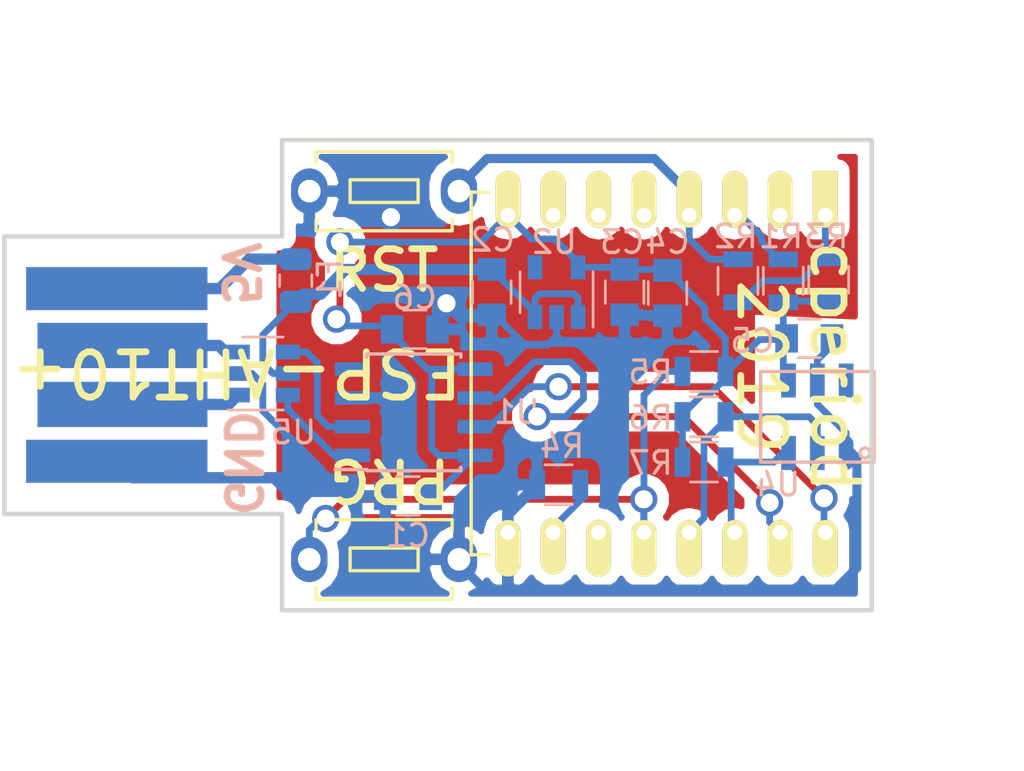
<source format=kicad_pcb>
(kicad_pcb (version 20171130) (host pcbnew 5.0.2-bee76a0~70~ubuntu18.04.1)

  (general
    (thickness 1.6)
    (drawings 14)
    (tracks 212)
    (zones 0)
    (modules 22)
    (nets 18)
  )

  (page A4)
  (layers
    (0 F.Cu signal)
    (31 B.Cu signal)
    (32 B.Adhes user hide)
    (33 F.Adhes user hide)
    (34 B.Paste user)
    (35 F.Paste user hide)
    (36 B.SilkS user)
    (37 F.SilkS user hide)
    (38 B.Mask user)
    (39 F.Mask user hide)
    (40 Dwgs.User user hide)
    (41 Cmts.User user hide)
    (42 Eco1.User user hide)
    (43 Eco2.User user hide)
    (44 Edge.Cuts user)
    (45 Margin user hide)
    (46 B.CrtYd user)
    (47 F.CrtYd user hide)
    (48 B.Fab user)
    (49 F.Fab user hide)
  )

  (setup
    (last_trace_width 0.4)
    (user_trace_width 0.4)
    (user_trace_width 0.5)
    (trace_clearance 0.35)
    (zone_clearance 0.508)
    (zone_45_only no)
    (trace_min 0.3)
    (segment_width 0.2)
    (edge_width 0.15)
    (via_size 1.2)
    (via_drill 0.8)
    (via_min_size 1.2)
    (via_min_drill 0.8)
    (uvia_size 0.3)
    (uvia_drill 0.1)
    (uvias_allowed no)
    (uvia_min_size 0.2)
    (uvia_min_drill 0.1)
    (pcb_text_width 0.3)
    (pcb_text_size 1.5 1.5)
    (mod_edge_width 0.15)
    (mod_text_size 1 1)
    (mod_text_width 0.15)
    (pad_size 1.524 1.524)
    (pad_drill 0.762)
    (pad_to_mask_clearance 0.051)
    (solder_mask_min_width 0.25)
    (aux_axis_origin 130 107.75)
    (visible_elements FFFFFF7F)
    (pcbplotparams
      (layerselection 0x01020_fffffffe)
      (usegerberextensions false)
      (usegerberattributes false)
      (usegerberadvancedattributes false)
      (creategerberjobfile false)
      (excludeedgelayer true)
      (linewidth 0.050000)
      (plotframeref false)
      (viasonmask false)
      (mode 1)
      (useauxorigin true)
      (hpglpennumber 1)
      (hpglpenspeed 20)
      (hpglpendiameter 15.000000)
      (psnegative false)
      (psa4output false)
      (plotreference true)
      (plotvalue true)
      (plotinvisibletext false)
      (padsonsilk false)
      (subtractmaskfromsilk false)
      (outputformat 1)
      (mirror false)
      (drillshape 0)
      (scaleselection 1)
      (outputdirectory "Gerbers/"))
  )

  (net 0 "")
  (net 1 3V3)
  (net 2 GND)
  (net 3 UD+)
  (net 4 UD-)
  (net 5 "Net-(R1-Pad2)")
  (net 6 "Net-(R2-Pad1)")
  (net 7 "Net-(R2-Pad2)")
  (net 8 "Net-(R4-Pad1)")
  (net 9 "Net-(R5-Pad2)")
  (net 10 SDA)
  (net 11 SCL)
  (net 12 eRX)
  (net 13 eTX)
  (net 14 VBUS)
  (net 15 UDP+)
  (net 16 UDP-)
  (net 17 "Net-(F1-Pad1)")

  (net_class Default "This is the default net class."
    (clearance 0.35)
    (trace_width 0.3)
    (via_dia 1.2)
    (via_drill 0.8)
    (uvia_dia 0.3)
    (uvia_drill 0.1)
    (diff_pair_gap 0.35)
    (diff_pair_width 0.3)
    (add_net 3V3)
    (add_net GND)
    (add_net "Net-(F1-Pad1)")
    (add_net "Net-(R1-Pad2)")
    (add_net "Net-(R2-Pad1)")
    (add_net "Net-(R2-Pad2)")
    (add_net "Net-(R4-Pad1)")
    (add_net "Net-(R5-Pad2)")
    (add_net SCL)
    (add_net SDA)
    (add_net UD+)
    (add_net UD-)
    (add_net UDP+)
    (add_net UDP-)
    (add_net VBUS)
    (add_net eRX)
    (add_net eTX)
  )

  (module Capacitors_SMD:C_0805 (layer B.Cu) (tedit 5DBF215C) (tstamp 5DD29CFA)
    (at 147.8 102.7 180)
    (descr "Capacitor SMD 0805, reflow soldering, AVX (see smccp.pdf)")
    (tags "capacitor 0805")
    (path /5DBDD191)
    (attr smd)
    (fp_text reference C1 (at 0 -1.75 180) (layer B.SilkS)
      (effects (font (size 1 1) (thickness 0.15)) (justify mirror))
    )
    (fp_text value 100n (at 0.2 -6.45 180) (layer B.Fab)
      (effects (font (size 1 1) (thickness 0.15)) (justify mirror))
    )
    (fp_text user %R (at 0 1.5 180) (layer B.Fab) hide
      (effects (font (size 1 1) (thickness 0.15)) (justify mirror))
    )
    (fp_line (start -1 -0.62) (end -1 0.62) (layer B.Fab) (width 0.1))
    (fp_line (start 1 -0.62) (end -1 -0.62) (layer B.Fab) (width 0.1))
    (fp_line (start 1 0.62) (end 1 -0.62) (layer B.Fab) (width 0.1))
    (fp_line (start -1 0.62) (end 1 0.62) (layer B.Fab) (width 0.1))
    (fp_line (start 0.5 0.85) (end -0.5 0.85) (layer B.SilkS) (width 0.12))
    (fp_line (start -0.5 -0.85) (end 0.5 -0.85) (layer B.SilkS) (width 0.12))
    (fp_line (start -1.75 0.88) (end 1.75 0.88) (layer B.CrtYd) (width 0.05))
    (fp_line (start -1.75 0.88) (end -1.75 -0.87) (layer B.CrtYd) (width 0.05))
    (fp_line (start 1.75 -0.87) (end 1.75 0.88) (layer B.CrtYd) (width 0.05))
    (fp_line (start 1.75 -0.87) (end -1.75 -0.87) (layer B.CrtYd) (width 0.05))
    (pad 1 smd rect (at -1 0 180) (size 1 1.25) (layers B.Cu B.Paste B.Mask)
      (net 1 3V3))
    (pad 2 smd rect (at 1 0 180) (size 1 1.25) (layers B.Cu B.Paste B.Mask)
      (net 2 GND))
    (model Capacitors_SMD.3dshapes/C_0805.wrl
      (at (xyz 0 0 0))
      (scale (xyz 1 1 1))
      (rotate (xyz 0 0 0))
    )
  )

  (module Capacitors_SMD:C_0805 (layer B.Cu) (tedit 5DBF215F) (tstamp 5DD2BEDE)
    (at 151.5 93.70862 270)
    (descr "Capacitor SMD 0805, reflow soldering, AVX (see smccp.pdf)")
    (tags "capacitor 0805")
    (path /5DBE3E3F)
    (attr smd)
    (fp_text reference C2 (at -2.30862 -0.044297 180) (layer B.SilkS)
      (effects (font (size 1 1) (thickness 0.15)) (justify mirror))
    )
    (fp_text value 1u (at -8.10862 0.3 270) (layer B.Fab)
      (effects (font (size 1 1) (thickness 0.15)) (justify mirror))
    )
    (fp_line (start 1.75 -0.87) (end -1.75 -0.87) (layer B.CrtYd) (width 0.05))
    (fp_line (start 1.75 -0.87) (end 1.75 0.88) (layer B.CrtYd) (width 0.05))
    (fp_line (start -1.75 0.88) (end -1.75 -0.87) (layer B.CrtYd) (width 0.05))
    (fp_line (start -1.75 0.88) (end 1.75 0.88) (layer B.CrtYd) (width 0.05))
    (fp_line (start -0.5 -0.85) (end 0.5 -0.85) (layer B.SilkS) (width 0.12))
    (fp_line (start 0.5 0.85) (end -0.5 0.85) (layer B.SilkS) (width 0.12))
    (fp_line (start -1 0.62) (end 1 0.62) (layer B.Fab) (width 0.1))
    (fp_line (start 1 0.62) (end 1 -0.62) (layer B.Fab) (width 0.1))
    (fp_line (start 1 -0.62) (end -1 -0.62) (layer B.Fab) (width 0.1))
    (fp_line (start -1 -0.62) (end -1 0.62) (layer B.Fab) (width 0.1))
    (fp_text user %R (at 0 1.5 270) (layer B.Fab) hide
      (effects (font (size 1 1) (thickness 0.15)) (justify mirror))
    )
    (pad 2 smd rect (at 1 0 270) (size 1 1.25) (layers B.Cu B.Paste B.Mask)
      (net 2 GND))
    (pad 1 smd rect (at -1 0 270) (size 1 1.25) (layers B.Cu B.Paste B.Mask)
      (net 14 VBUS))
    (model Capacitors_SMD.3dshapes/C_0805.wrl
      (at (xyz 0 0 0))
      (scale (xyz 1 1 1))
      (rotate (xyz 0 0 0))
    )
  )

  (module Capacitors_SMD:C_0805 (layer B.Cu) (tedit 5DBF2171) (tstamp 5DD29D1C)
    (at 157.355703 93.70862 90)
    (descr "Capacitor SMD 0805, reflow soldering, AVX (see smccp.pdf)")
    (tags "capacitor 0805")
    (path /5DC0C395)
    (attr smd)
    (fp_text reference C3 (at 2.20862 -0.105703 180) (layer B.SilkS)
      (effects (font (size 1 1) (thickness 0.15)) (justify mirror))
    )
    (fp_text value 100n (at 8.95862 0.144297 90) (layer B.Fab)
      (effects (font (size 1 1) (thickness 0.15)) (justify mirror))
    )
    (fp_line (start 1.75 -0.87) (end -1.75 -0.87) (layer B.CrtYd) (width 0.05))
    (fp_line (start 1.75 -0.87) (end 1.75 0.88) (layer B.CrtYd) (width 0.05))
    (fp_line (start -1.75 0.88) (end -1.75 -0.87) (layer B.CrtYd) (width 0.05))
    (fp_line (start -1.75 0.88) (end 1.75 0.88) (layer B.CrtYd) (width 0.05))
    (fp_line (start -0.5 -0.85) (end 0.5 -0.85) (layer B.SilkS) (width 0.12))
    (fp_line (start 0.5 0.85) (end -0.5 0.85) (layer B.SilkS) (width 0.12))
    (fp_line (start -1 0.62) (end 1 0.62) (layer B.Fab) (width 0.1))
    (fp_line (start 1 0.62) (end 1 -0.62) (layer B.Fab) (width 0.1))
    (fp_line (start 1 -0.62) (end -1 -0.62) (layer B.Fab) (width 0.1))
    (fp_line (start -1 -0.62) (end -1 0.62) (layer B.Fab) (width 0.1))
    (fp_text user %R (at 0 1.5 90) (layer B.Fab) hide
      (effects (font (size 1 1) (thickness 0.15)) (justify mirror))
    )
    (pad 2 smd rect (at 1 0 90) (size 1 1.25) (layers B.Cu B.Paste B.Mask)
      (net 1 3V3))
    (pad 1 smd rect (at -1 0 90) (size 1 1.25) (layers B.Cu B.Paste B.Mask)
      (net 2 GND))
    (model Capacitors_SMD.3dshapes/C_0805.wrl
      (at (xyz 0 0 0))
      (scale (xyz 1 1 1))
      (rotate (xyz 0 0 0))
    )
  )

  (module Capacitors_SMD:C_0805 (layer B.Cu) (tedit 5DBF216D) (tstamp 5DD29D2D)
    (at 159.25 93.75 270)
    (descr "Capacitor SMD 0805, reflow soldering, AVX (see smccp.pdf)")
    (tags "capacitor 0805")
    (path /5DBE3E90)
    (attr smd)
    (fp_text reference C4 (at -2.25 0 180) (layer B.SilkS)
      (effects (font (size 1 1) (thickness 0.15)) (justify mirror))
    )
    (fp_text value 2.2u (at -8.75 0.25 270) (layer B.Fab)
      (effects (font (size 1 1) (thickness 0.15)) (justify mirror))
    )
    (fp_text user %R (at 0 1.5 270) (layer B.Fab) hide
      (effects (font (size 1 1) (thickness 0.15)) (justify mirror))
    )
    (fp_line (start -1 -0.62) (end -1 0.62) (layer B.Fab) (width 0.1))
    (fp_line (start 1 -0.62) (end -1 -0.62) (layer B.Fab) (width 0.1))
    (fp_line (start 1 0.62) (end 1 -0.62) (layer B.Fab) (width 0.1))
    (fp_line (start -1 0.62) (end 1 0.62) (layer B.Fab) (width 0.1))
    (fp_line (start 0.5 0.85) (end -0.5 0.85) (layer B.SilkS) (width 0.12))
    (fp_line (start -0.5 -0.85) (end 0.5 -0.85) (layer B.SilkS) (width 0.12))
    (fp_line (start -1.75 0.88) (end 1.75 0.88) (layer B.CrtYd) (width 0.05))
    (fp_line (start -1.75 0.88) (end -1.75 -0.87) (layer B.CrtYd) (width 0.05))
    (fp_line (start 1.75 -0.87) (end 1.75 0.88) (layer B.CrtYd) (width 0.05))
    (fp_line (start 1.75 -0.87) (end -1.75 -0.87) (layer B.CrtYd) (width 0.05))
    (pad 1 smd rect (at -1 0 270) (size 1 1.25) (layers B.Cu B.Paste B.Mask)
      (net 1 3V3))
    (pad 2 smd rect (at 1 0 270) (size 1 1.25) (layers B.Cu B.Paste B.Mask)
      (net 2 GND))
    (model Capacitors_SMD.3dshapes/C_0805.wrl
      (at (xyz 0 0 0))
      (scale (xyz 1 1 1))
      (rotate (xyz 0 0 0))
    )
  )

  (module Capacitors_SMD:C_0805 (layer B.Cu) (tedit 5DBF2138) (tstamp 5DD29D3E)
    (at 165.5 95.75)
    (descr "Capacitor SMD 0805, reflow soldering, AVX (see smccp.pdf)")
    (tags "capacitor 0805")
    (path /5DBEEB4D)
    (attr smd)
    (fp_text reference C5 (at -2.5 0.105703) (layer B.SilkS)
      (effects (font (size 1 1) (thickness 0.15)) (justify mirror))
    )
    (fp_text value 100n (at 6.2 -0.15) (layer B.Fab)
      (effects (font (size 1 1) (thickness 0.15)) (justify mirror))
    )
    (fp_line (start 1.75 -0.87) (end -1.75 -0.87) (layer B.CrtYd) (width 0.05))
    (fp_line (start 1.75 -0.87) (end 1.75 0.88) (layer B.CrtYd) (width 0.05))
    (fp_line (start -1.75 0.88) (end -1.75 -0.87) (layer B.CrtYd) (width 0.05))
    (fp_line (start -1.75 0.88) (end 1.75 0.88) (layer B.CrtYd) (width 0.05))
    (fp_line (start -0.5 -0.85) (end 0.5 -0.85) (layer B.SilkS) (width 0.12))
    (fp_line (start 0.5 0.85) (end -0.5 0.85) (layer B.SilkS) (width 0.12))
    (fp_line (start -1 0.62) (end 1 0.62) (layer B.Fab) (width 0.1))
    (fp_line (start 1 0.62) (end 1 -0.62) (layer B.Fab) (width 0.1))
    (fp_line (start 1 -0.62) (end -1 -0.62) (layer B.Fab) (width 0.1))
    (fp_line (start -1 -0.62) (end -1 0.62) (layer B.Fab) (width 0.1))
    (fp_text user %R (at 0 1.5) (layer B.Fab) hide
      (effects (font (size 1 1) (thickness 0.15)) (justify mirror))
    )
    (pad 2 smd rect (at 1 0) (size 1 1.25) (layers B.Cu B.Paste B.Mask)
      (net 2 GND))
    (pad 1 smd rect (at -1 0) (size 1 1.25) (layers B.Cu B.Paste B.Mask)
      (net 1 3V3))
    (model Capacitors_SMD.3dshapes/C_0805.wrl
      (at (xyz 0 0 0))
      (scale (xyz 1 1 1))
      (rotate (xyz 0 0 0))
    )
  )

  (module CPB:usb-PCB locked (layer B.Cu) (tedit 542BB0AF) (tstamp 5DD32317)
    (at 130.059217 97.362374 90)
    (path /5DBDB3F6)
    (attr virtual)
    (fp_text reference J1 (at 0.13 7.85 90) (layer B.SilkS) hide
      (effects (font (size 1.5 1.5) (thickness 0.15)) (justify mirror))
    )
    (fp_text value USB (at 0.29 10.13 90) (layer B.SilkS) hide
      (effects (font (size 1.5 1.5) (thickness 0.15)) (justify mirror))
    )
    (fp_line (start 6.03 0) (end 6.03 12) (layer Dwgs.User) (width 0.15))
    (fp_line (start 6.03 0) (end -6.03 0) (layer Dwgs.User) (width 0.15))
    (fp_line (start -6.03 0) (end -6.03 12) (layer Dwgs.User) (width 0.15))
    (pad 1 connect rect (at 3.81 4.9 90) (size 1.9 8) (layers B.Cu B.Mask)
      (net 17 "Net-(F1-Pad1)"))
    (pad 4 connect rect (at -3.81 4.9 90) (size 1.9 8) (layers B.Cu B.Mask)
      (net 2 GND))
    (pad 3 connect rect (at -1.3 5.15 90) (size 2 7.5) (layers B.Cu B.Mask)
      (net 3 UD+))
    (pad 2 connect rect (at 1.3 5.15 90) (size 2 7.5) (layers B.Cu B.Mask)
      (net 4 UD-))
  )

  (module Resistors_SMD:R_0805 (layer B.Cu) (tedit 58E0A804) (tstamp 5DD29D5A)
    (at 164.355703 93.20862 90)
    (descr "Resistor SMD 0805, reflow soldering, Vishay (see dcrcw.pdf)")
    (tags "resistor 0805")
    (path /5DBDCEB6)
    (attr smd)
    (fp_text reference R1 (at 1.95862 -0.105703 180) (layer B.SilkS)
      (effects (font (size 1 1) (thickness 0.15)) (justify mirror))
    )
    (fp_text value 10K (at 8.00862 0.044297 90) (layer B.Fab)
      (effects (font (size 1 1) (thickness 0.15)) (justify mirror))
    )
    (fp_text user %R (at 0 0 90) (layer B.Fab)
      (effects (font (size 0.5 0.5) (thickness 0.075)) (justify mirror))
    )
    (fp_line (start -1 -0.62) (end -1 0.62) (layer B.Fab) (width 0.1))
    (fp_line (start 1 -0.62) (end -1 -0.62) (layer B.Fab) (width 0.1))
    (fp_line (start 1 0.62) (end 1 -0.62) (layer B.Fab) (width 0.1))
    (fp_line (start -1 0.62) (end 1 0.62) (layer B.Fab) (width 0.1))
    (fp_line (start 0.6 -0.88) (end -0.6 -0.88) (layer B.SilkS) (width 0.12))
    (fp_line (start -0.6 0.88) (end 0.6 0.88) (layer B.SilkS) (width 0.12))
    (fp_line (start -1.55 0.9) (end 1.55 0.9) (layer B.CrtYd) (width 0.05))
    (fp_line (start -1.55 0.9) (end -1.55 -0.9) (layer B.CrtYd) (width 0.05))
    (fp_line (start 1.55 -0.9) (end 1.55 0.9) (layer B.CrtYd) (width 0.05))
    (fp_line (start 1.55 -0.9) (end -1.55 -0.9) (layer B.CrtYd) (width 0.05))
    (pad 1 smd rect (at -0.95 0 90) (size 0.7 1.3) (layers B.Cu B.Paste B.Mask)
      (net 1 3V3))
    (pad 2 smd rect (at 0.95 0 90) (size 0.7 1.3) (layers B.Cu B.Paste B.Mask)
      (net 5 "Net-(R1-Pad2)"))
    (model ${KISYS3DMOD}/Resistors_SMD.3dshapes/R_0805.wrl
      (at (xyz 0 0 0))
      (scale (xyz 1 1 1))
      (rotate (xyz 0 0 0))
    )
  )

  (module Resistors_SMD:R_0805 (layer B.Cu) (tedit 58E0A804) (tstamp 5DD2AA1D)
    (at 162.355703 93.20862 90)
    (descr "Resistor SMD 0805, reflow soldering, Vishay (see dcrcw.pdf)")
    (tags "resistor 0805")
    (path /5DBDDC75)
    (attr smd)
    (fp_text reference R2 (at 1.95862 -0.105703 180) (layer B.SilkS)
      (effects (font (size 1 1) (thickness 0.15)) (justify mirror))
    )
    (fp_text value 1K (at 7.60862 -0.155703 90) (layer B.Fab)
      (effects (font (size 1 1) (thickness 0.15)) (justify mirror))
    )
    (fp_text user %R (at 0 0 90) (layer B.Fab)
      (effects (font (size 0.5 0.5) (thickness 0.075)) (justify mirror))
    )
    (fp_line (start -1 -0.62) (end -1 0.62) (layer B.Fab) (width 0.1))
    (fp_line (start 1 -0.62) (end -1 -0.62) (layer B.Fab) (width 0.1))
    (fp_line (start 1 0.62) (end 1 -0.62) (layer B.Fab) (width 0.1))
    (fp_line (start -1 0.62) (end 1 0.62) (layer B.Fab) (width 0.1))
    (fp_line (start 0.6 -0.88) (end -0.6 -0.88) (layer B.SilkS) (width 0.12))
    (fp_line (start -0.6 0.88) (end 0.6 0.88) (layer B.SilkS) (width 0.12))
    (fp_line (start -1.55 0.9) (end 1.55 0.9) (layer B.CrtYd) (width 0.05))
    (fp_line (start -1.55 0.9) (end -1.55 -0.9) (layer B.CrtYd) (width 0.05))
    (fp_line (start 1.55 -0.9) (end 1.55 0.9) (layer B.CrtYd) (width 0.05))
    (fp_line (start 1.55 -0.9) (end -1.55 -0.9) (layer B.CrtYd) (width 0.05))
    (pad 1 smd rect (at -0.95 0 90) (size 0.7 1.3) (layers B.Cu B.Paste B.Mask)
      (net 6 "Net-(R2-Pad1)"))
    (pad 2 smd rect (at 0.95 0 90) (size 0.7 1.3) (layers B.Cu B.Paste B.Mask)
      (net 7 "Net-(R2-Pad2)"))
    (model ${KISYS3DMOD}/Resistors_SMD.3dshapes/R_0805.wrl
      (at (xyz 0 0 0))
      (scale (xyz 1 1 1))
      (rotate (xyz 0 0 0))
    )
  )

  (module Resistors_SMD:R_0805 (layer B.Cu) (tedit 58E0A804) (tstamp 5DD29D7C)
    (at 166.355703 93.15862 90)
    (descr "Resistor SMD 0805, reflow soldering, Vishay (see dcrcw.pdf)")
    (tags "resistor 0805")
    (path /5DBF30A7)
    (attr smd)
    (fp_text reference R3 (at 1.90862 -0.105703 180) (layer B.SilkS)
      (effects (font (size 1 1) (thickness 0.15)) (justify mirror))
    )
    (fp_text value 10K (at 7.95862 -0.155703 90) (layer B.Fab)
      (effects (font (size 1 1) (thickness 0.15)) (justify mirror))
    )
    (fp_line (start 1.55 -0.9) (end -1.55 -0.9) (layer B.CrtYd) (width 0.05))
    (fp_line (start 1.55 -0.9) (end 1.55 0.9) (layer B.CrtYd) (width 0.05))
    (fp_line (start -1.55 0.9) (end -1.55 -0.9) (layer B.CrtYd) (width 0.05))
    (fp_line (start -1.55 0.9) (end 1.55 0.9) (layer B.CrtYd) (width 0.05))
    (fp_line (start -0.6 0.88) (end 0.6 0.88) (layer B.SilkS) (width 0.12))
    (fp_line (start 0.6 -0.88) (end -0.6 -0.88) (layer B.SilkS) (width 0.12))
    (fp_line (start -1 0.62) (end 1 0.62) (layer B.Fab) (width 0.1))
    (fp_line (start 1 0.62) (end 1 -0.62) (layer B.Fab) (width 0.1))
    (fp_line (start 1 -0.62) (end -1 -0.62) (layer B.Fab) (width 0.1))
    (fp_line (start -1 -0.62) (end -1 0.62) (layer B.Fab) (width 0.1))
    (fp_text user %R (at 0 0 90) (layer B.Fab)
      (effects (font (size 0.5 0.5) (thickness 0.075)) (justify mirror))
    )
    (pad 2 smd rect (at 0.95 0 90) (size 0.7 1.3) (layers B.Cu B.Paste B.Mask)
      (net 6 "Net-(R2-Pad1)"))
    (pad 1 smd rect (at -0.95 0 90) (size 0.7 1.3) (layers B.Cu B.Paste B.Mask)
      (net 1 3V3))
    (model ${KISYS3DMOD}/Resistors_SMD.3dshapes/R_0805.wrl
      (at (xyz 0 0 0))
      (scale (xyz 1 1 1))
      (rotate (xyz 0 0 0))
    )
  )

  (module Resistors_SMD:R_0805 (layer B.Cu) (tedit 58E0A804) (tstamp 5DD29D8D)
    (at 154.45 102.20862 180)
    (descr "Resistor SMD 0805, reflow soldering, Vishay (see dcrcw.pdf)")
    (tags "resistor 0805")
    (path /5DBDCDFF)
    (attr smd)
    (fp_text reference R4 (at -0.144297 1.70862) (layer B.SilkS)
      (effects (font (size 1 1) (thickness 0.15)) (justify mirror))
    )
    (fp_text value 10K (at 0.105703 -6.54138 180) (layer B.Fab)
      (effects (font (size 1 1) (thickness 0.15)) (justify mirror))
    )
    (fp_line (start 1.55 -0.9) (end -1.55 -0.9) (layer B.CrtYd) (width 0.05))
    (fp_line (start 1.55 -0.9) (end 1.55 0.9) (layer B.CrtYd) (width 0.05))
    (fp_line (start -1.55 0.9) (end -1.55 -0.9) (layer B.CrtYd) (width 0.05))
    (fp_line (start -1.55 0.9) (end 1.55 0.9) (layer B.CrtYd) (width 0.05))
    (fp_line (start -0.6 0.88) (end 0.6 0.88) (layer B.SilkS) (width 0.12))
    (fp_line (start 0.6 -0.88) (end -0.6 -0.88) (layer B.SilkS) (width 0.12))
    (fp_line (start -1 0.62) (end 1 0.62) (layer B.Fab) (width 0.1))
    (fp_line (start 1 0.62) (end 1 -0.62) (layer B.Fab) (width 0.1))
    (fp_line (start 1 -0.62) (end -1 -0.62) (layer B.Fab) (width 0.1))
    (fp_line (start -1 -0.62) (end -1 0.62) (layer B.Fab) (width 0.1))
    (fp_text user %R (at 0 0 180) (layer B.Fab)
      (effects (font (size 0.5 0.5) (thickness 0.075)) (justify mirror))
    )
    (pad 2 smd rect (at 0.95 0 180) (size 0.7 1.3) (layers B.Cu B.Paste B.Mask)
      (net 2 GND))
    (pad 1 smd rect (at -0.95 0 180) (size 0.7 1.3) (layers B.Cu B.Paste B.Mask)
      (net 8 "Net-(R4-Pad1)"))
    (model ${KISYS3DMOD}/Resistors_SMD.3dshapes/R_0805.wrl
      (at (xyz 0 0 0))
      (scale (xyz 1 1 1))
      (rotate (xyz 0 0 0))
    )
  )

  (module Resistors_SMD:R_0805 (layer B.Cu) (tedit 58E0A804) (tstamp 5DD2EBF3)
    (at 160.855703 97.20862 180)
    (descr "Resistor SMD 0805, reflow soldering, Vishay (see dcrcw.pdf)")
    (tags "resistor 0805")
    (path /5DBDD45B)
    (attr smd)
    (fp_text reference R5 (at 2.355703 -0.04138 180) (layer B.SilkS)
      (effects (font (size 1 1) (thickness 0.15)) (justify mirror))
    )
    (fp_text value 10K (at -9.144297 -0.19138 180) (layer B.Fab)
      (effects (font (size 1 1) (thickness 0.15)) (justify mirror))
    )
    (fp_line (start 1.55 -0.9) (end -1.55 -0.9) (layer B.CrtYd) (width 0.05))
    (fp_line (start 1.55 -0.9) (end 1.55 0.9) (layer B.CrtYd) (width 0.05))
    (fp_line (start -1.55 0.9) (end -1.55 -0.9) (layer B.CrtYd) (width 0.05))
    (fp_line (start -1.55 0.9) (end 1.55 0.9) (layer B.CrtYd) (width 0.05))
    (fp_line (start -0.6 0.88) (end 0.6 0.88) (layer B.SilkS) (width 0.12))
    (fp_line (start 0.6 -0.88) (end -0.6 -0.88) (layer B.SilkS) (width 0.12))
    (fp_line (start -1 0.62) (end 1 0.62) (layer B.Fab) (width 0.1))
    (fp_line (start 1 0.62) (end 1 -0.62) (layer B.Fab) (width 0.1))
    (fp_line (start 1 -0.62) (end -1 -0.62) (layer B.Fab) (width 0.1))
    (fp_line (start -1 -0.62) (end -1 0.62) (layer B.Fab) (width 0.1))
    (fp_text user %R (at 0 0 180) (layer B.Fab)
      (effects (font (size 0.5 0.5) (thickness 0.075)) (justify mirror))
    )
    (pad 2 smd rect (at 0.95 0 180) (size 0.7 1.3) (layers B.Cu B.Paste B.Mask)
      (net 9 "Net-(R5-Pad2)"))
    (pad 1 smd rect (at -0.95 0 180) (size 0.7 1.3) (layers B.Cu B.Paste B.Mask)
      (net 1 3V3))
    (model ${KISYS3DMOD}/Resistors_SMD.3dshapes/R_0805.wrl
      (at (xyz 0 0 0))
      (scale (xyz 1 1 1))
      (rotate (xyz 0 0 0))
    )
  )

  (module Resistors_SMD:R_0805 (layer B.Cu) (tedit 58E0A804) (tstamp 5DD29DAF)
    (at 160.855703 99.20862)
    (descr "Resistor SMD 0805, reflow soldering, Vishay (see dcrcw.pdf)")
    (tags "resistor 0805")
    (path /5DBE9A3C)
    (attr smd)
    (fp_text reference R6 (at -2.355703 0.04138) (layer B.SilkS)
      (effects (font (size 1 1) (thickness 0.15)) (justify mirror))
    )
    (fp_text value 10K (at 9.144297 -0.20862) (layer B.Fab)
      (effects (font (size 1 1) (thickness 0.15)) (justify mirror))
    )
    (fp_text user %R (at 0 0) (layer B.Fab)
      (effects (font (size 0.5 0.5) (thickness 0.075)) (justify mirror))
    )
    (fp_line (start -1 -0.62) (end -1 0.62) (layer B.Fab) (width 0.1))
    (fp_line (start 1 -0.62) (end -1 -0.62) (layer B.Fab) (width 0.1))
    (fp_line (start 1 0.62) (end 1 -0.62) (layer B.Fab) (width 0.1))
    (fp_line (start -1 0.62) (end 1 0.62) (layer B.Fab) (width 0.1))
    (fp_line (start 0.6 -0.88) (end -0.6 -0.88) (layer B.SilkS) (width 0.12))
    (fp_line (start -0.6 0.88) (end 0.6 0.88) (layer B.SilkS) (width 0.12))
    (fp_line (start -1.55 0.9) (end 1.55 0.9) (layer B.CrtYd) (width 0.05))
    (fp_line (start -1.55 0.9) (end -1.55 -0.9) (layer B.CrtYd) (width 0.05))
    (fp_line (start 1.55 -0.9) (end 1.55 0.9) (layer B.CrtYd) (width 0.05))
    (fp_line (start 1.55 -0.9) (end -1.55 -0.9) (layer B.CrtYd) (width 0.05))
    (pad 1 smd rect (at -0.95 0) (size 0.7 1.3) (layers B.Cu B.Paste B.Mask)
      (net 1 3V3))
    (pad 2 smd rect (at 0.95 0) (size 0.7 1.3) (layers B.Cu B.Paste B.Mask)
      (net 10 SDA))
    (model ${KISYS3DMOD}/Resistors_SMD.3dshapes/R_0805.wrl
      (at (xyz 0 0 0))
      (scale (xyz 1 1 1))
      (rotate (xyz 0 0 0))
    )
  )

  (module Resistors_SMD:R_0805 (layer B.Cu) (tedit 58E0A804) (tstamp 5DD29DC0)
    (at 160.855703 101.20862)
    (descr "Resistor SMD 0805, reflow soldering, Vishay (see dcrcw.pdf)")
    (tags "resistor 0805")
    (path /5DBE999A)
    (attr smd)
    (fp_text reference R7 (at -2.355703 0.04138) (layer B.SilkS)
      (effects (font (size 1 1) (thickness 0.15)) (justify mirror))
    )
    (fp_text value 10K (at 9.144297 -0.00862) (layer B.Fab)
      (effects (font (size 1 1) (thickness 0.15)) (justify mirror))
    )
    (fp_line (start 1.55 -0.9) (end -1.55 -0.9) (layer B.CrtYd) (width 0.05))
    (fp_line (start 1.55 -0.9) (end 1.55 0.9) (layer B.CrtYd) (width 0.05))
    (fp_line (start -1.55 0.9) (end -1.55 -0.9) (layer B.CrtYd) (width 0.05))
    (fp_line (start -1.55 0.9) (end 1.55 0.9) (layer B.CrtYd) (width 0.05))
    (fp_line (start -0.6 0.88) (end 0.6 0.88) (layer B.SilkS) (width 0.12))
    (fp_line (start 0.6 -0.88) (end -0.6 -0.88) (layer B.SilkS) (width 0.12))
    (fp_line (start -1 0.62) (end 1 0.62) (layer B.Fab) (width 0.1))
    (fp_line (start 1 0.62) (end 1 -0.62) (layer B.Fab) (width 0.1))
    (fp_line (start 1 -0.62) (end -1 -0.62) (layer B.Fab) (width 0.1))
    (fp_line (start -1 -0.62) (end -1 0.62) (layer B.Fab) (width 0.1))
    (fp_text user %R (at 0 0) (layer B.Fab)
      (effects (font (size 0.5 0.5) (thickness 0.075)) (justify mirror))
    )
    (pad 2 smd rect (at 0.95 0) (size 0.7 1.3) (layers B.Cu B.Paste B.Mask)
      (net 11 SCL))
    (pad 1 smd rect (at -0.95 0) (size 0.7 1.3) (layers B.Cu B.Paste B.Mask)
      (net 1 3V3))
    (model ${KISYS3DMOD}/Resistors_SMD.3dshapes/R_0805.wrl
      (at (xyz 0 0 0))
      (scale (xyz 1 1 1))
      (rotate (xyz 0 0 0))
    )
  )

  (module Package_SO:SOIC-8_3.9x4.9mm_P1.27mm (layer B.Cu) (tedit 5A02F2D3) (tstamp 5DD29E11)
    (at 148.059217 99.012374)
    (descr "8-Lead Plastic Small Outline (SN) - Narrow, 3.90 mm Body [SOIC] (see Microchip Packaging Specification http://ww1.microchip.com/downloads/en/PackagingSpec/00000049BQ.pdf)")
    (tags "SOIC 1.27")
    (path /5DC02823)
    (attr smd)
    (fp_text reference U1 (at 4.540783 -0.012374 180) (layer B.SilkS)
      (effects (font (size 1 1) (thickness 0.15)) (justify mirror))
    )
    (fp_text value CH330N (at -1.259217 -12.912374) (layer B.Fab)
      (effects (font (size 1 1) (thickness 0.15)) (justify mirror))
    )
    (fp_text user %R (at 0 0) (layer B.Fab)
      (effects (font (size 1 1) (thickness 0.15)) (justify mirror))
    )
    (fp_line (start -0.95 2.45) (end 1.95 2.45) (layer B.Fab) (width 0.1))
    (fp_line (start 1.95 2.45) (end 1.95 -2.45) (layer B.Fab) (width 0.1))
    (fp_line (start 1.95 -2.45) (end -1.95 -2.45) (layer B.Fab) (width 0.1))
    (fp_line (start -1.95 -2.45) (end -1.95 1.45) (layer B.Fab) (width 0.1))
    (fp_line (start -1.95 1.45) (end -0.95 2.45) (layer B.Fab) (width 0.1))
    (fp_line (start -3.73 2.7) (end -3.73 -2.7) (layer B.CrtYd) (width 0.05))
    (fp_line (start 3.73 2.7) (end 3.73 -2.7) (layer B.CrtYd) (width 0.05))
    (fp_line (start -3.73 2.7) (end 3.73 2.7) (layer B.CrtYd) (width 0.05))
    (fp_line (start -3.73 -2.7) (end 3.73 -2.7) (layer B.CrtYd) (width 0.05))
    (fp_line (start -2.075 2.575) (end -2.075 2.525) (layer B.SilkS) (width 0.15))
    (fp_line (start 2.075 2.575) (end 2.075 2.43) (layer B.SilkS) (width 0.15))
    (fp_line (start 2.075 -2.575) (end 2.075 -2.43) (layer B.SilkS) (width 0.15))
    (fp_line (start -2.075 -2.575) (end -2.075 -2.43) (layer B.SilkS) (width 0.15))
    (fp_line (start -2.075 2.575) (end 2.075 2.575) (layer B.SilkS) (width 0.15))
    (fp_line (start -2.075 -2.575) (end 2.075 -2.575) (layer B.SilkS) (width 0.15))
    (fp_line (start -2.075 2.525) (end -3.475 2.525) (layer B.SilkS) (width 0.15))
    (pad 1 smd rect (at -2.7 1.905) (size 1.55 0.6) (layers B.Cu B.Paste B.Mask)
      (net 15 UDP+))
    (pad 2 smd rect (at -2.7 0.635) (size 1.55 0.6) (layers B.Cu B.Paste B.Mask)
      (net 16 UDP-))
    (pad 3 smd rect (at -2.7 -0.635) (size 1.55 0.6) (layers B.Cu B.Paste B.Mask)
      (net 2 GND))
    (pad 4 smd rect (at -2.7 -1.905) (size 1.55 0.6) (layers B.Cu B.Paste B.Mask))
    (pad 5 smd rect (at 2.7 -1.905) (size 1.55 0.6) (layers B.Cu B.Paste B.Mask)
      (net 1 3V3))
    (pad 6 smd rect (at 2.7 -0.635) (size 1.55 0.6) (layers B.Cu B.Paste B.Mask)
      (net 12 eRX))
    (pad 7 smd rect (at 2.7 0.635) (size 1.55 0.6) (layers B.Cu B.Paste B.Mask)
      (net 13 eTX))
    (pad 8 smd rect (at 2.7 1.905) (size 1.55 0.6) (layers B.Cu B.Paste B.Mask)
      (net 1 3V3))
    (model ${KISYS3DMOD}/Package_SO.3dshapes/SOIC-8_3.9x4.9mm_P1.27mm.wrl
      (at (xyz 0 0 0))
      (scale (xyz 1 1 1))
      (rotate (xyz 0 0 0))
    )
  )

  (module Package_TO_SOT_SMD:SOT-23-5 locked (layer B.Cu) (tedit 5A02FF57) (tstamp 5DD29E26)
    (at 154.355703 93.70862 90)
    (descr "5-pin SOT23 package")
    (tags SOT-23-5)
    (path /5DBE1C35)
    (attr smd)
    (fp_text reference U2 (at 2.20862 -0.105703) (layer B.SilkS)
      (effects (font (size 1 1) (thickness 0.15)) (justify mirror))
    )
    (fp_text value HT7233 (at 9.95862 0.144297 90) (layer B.Fab)
      (effects (font (size 1 1) (thickness 0.15)) (justify mirror))
    )
    (fp_text user %R (at 0 0) (layer B.Fab)
      (effects (font (size 0.5 0.5) (thickness 0.075)) (justify mirror))
    )
    (fp_line (start -0.9 -1.61) (end 0.9 -1.61) (layer B.SilkS) (width 0.12))
    (fp_line (start 0.9 1.61) (end -1.55 1.61) (layer B.SilkS) (width 0.12))
    (fp_line (start -1.9 1.8) (end 1.9 1.8) (layer B.CrtYd) (width 0.05))
    (fp_line (start 1.9 1.8) (end 1.9 -1.8) (layer B.CrtYd) (width 0.05))
    (fp_line (start 1.9 -1.8) (end -1.9 -1.8) (layer B.CrtYd) (width 0.05))
    (fp_line (start -1.9 -1.8) (end -1.9 1.8) (layer B.CrtYd) (width 0.05))
    (fp_line (start -0.9 0.9) (end -0.25 1.55) (layer B.Fab) (width 0.1))
    (fp_line (start 0.9 1.55) (end -0.25 1.55) (layer B.Fab) (width 0.1))
    (fp_line (start -0.9 0.9) (end -0.9 -1.55) (layer B.Fab) (width 0.1))
    (fp_line (start 0.9 -1.55) (end -0.9 -1.55) (layer B.Fab) (width 0.1))
    (fp_line (start 0.9 1.55) (end 0.9 -1.55) (layer B.Fab) (width 0.1))
    (pad 1 smd rect (at -1.1 0.95 90) (size 1.06 0.65) (layers B.Cu B.Paste B.Mask)
      (net 14 VBUS))
    (pad 2 smd rect (at -1.1 0 90) (size 1.06 0.65) (layers B.Cu B.Paste B.Mask)
      (net 2 GND))
    (pad 3 smd rect (at -1.1 -0.95 90) (size 1.06 0.65) (layers B.Cu B.Paste B.Mask)
      (net 14 VBUS))
    (pad 4 smd rect (at 1.1 -0.95 90) (size 1.06 0.65) (layers B.Cu B.Paste B.Mask))
    (pad 5 smd rect (at 1.1 0.95 90) (size 1.06 0.65) (layers B.Cu B.Paste B.Mask)
      (net 1 3V3))
    (model ${KISYS3DMOD}/Package_TO_SOT_SMD.3dshapes/SOT-23-5.wrl
      (at (xyz 0 0 0))
      (scale (xyz 1 1 1))
      (rotate (xyz 0 0 0))
    )
  )

  (module CPB:ESP-12Emin (layer F.Cu) (tedit 5DBF21C4) (tstamp 5DD29E4E)
    (at 166.209217 90.312374 270)
    (descr "Module, ESP-8266, ESP-12, 16 pad, SMD")
    (tags "Module ESP-8266 ESP8266")
    (path /5DBDB353)
    (fp_text reference U3 (at -2 -2 270) (layer F.SilkS) hide
      (effects (font (size 1 1) (thickness 0.15)))
    )
    (fp_text value ESP-12 (at 8 1 270) (layer F.Fab)
      (effects (font (size 1 1) (thickness 0.15)))
    )
    (fp_line (start -2.25 -0.5) (end -2.25 -8.75) (layer F.CrtYd) (width 0.05))
    (fp_line (start -2.25 -8.75) (end 15.25 -8.75) (layer F.CrtYd) (width 0.05))
    (fp_line (start 15.25 -8.75) (end 16.25 -8.75) (layer F.CrtYd) (width 0.05))
    (fp_line (start 16.25 -8.75) (end 16.25 16) (layer F.CrtYd) (width 0.05))
    (fp_line (start 16.25 16) (end -2.25 16) (layer F.CrtYd) (width 0.05))
    (fp_line (start -2.25 16) (end -2.25 -0.5) (layer F.CrtYd) (width 0.05))
    (fp_line (start -1.016 -8.382) (end 14.986 -8.382) (layer F.CrtYd) (width 0.1524))
    (fp_line (start 14.986 -8.382) (end 14.986 -0.889) (layer F.CrtYd) (width 0.1524))
    (fp_line (start -1.016 -8.382) (end -1.016 -1.016) (layer F.CrtYd) (width 0.1524))
    (fp_line (start -1.016 14.859) (end -1.016 15.621) (layer F.SilkS) (width 0.1524))
    (fp_line (start -1.016 15.621) (end 14.986 15.621) (layer F.SilkS) (width 0.1524))
    (fp_line (start 14.986 15.621) (end 14.986 14.859) (layer F.SilkS) (width 0.1524))
    (fp_line (start 14.992 -8.4) (end -1.008 -2.6) (layer F.CrtYd) (width 0.1524))
    (fp_line (start -1.008 -8.4) (end 14.992 -2.6) (layer F.CrtYd) (width 0.1524))
    (fp_text user "No Copper" (at 6.892 -5.4 270) (layer F.CrtYd)
      (effects (font (size 1 1) (thickness 0.15)))
    )
    (fp_line (start -1.008 -2.6) (end 14.992 -2.6) (layer F.CrtYd) (width 0.1524))
    (fp_line (start 15 -8.4) (end 15 15.6) (layer F.Fab) (width 0.05))
    (fp_line (start 14.992 15.6) (end -1.008 15.6) (layer F.Fab) (width 0.05))
    (fp_line (start -1.008 15.6) (end -1.008 -8.4) (layer F.Fab) (width 0.05))
    (fp_line (start -1.008 -8.4) (end 14.992 -8.4) (layer F.Fab) (width 0.05))
    (pad 1 thru_hole rect (at 0 0 270) (size 2.5 1.1) (drill 0.65 (offset -0.7 0)) (layers *.Cu *.Mask F.SilkS)
      (net 6 "Net-(R2-Pad1)"))
    (pad 2 thru_hole oval (at 0 2 270) (size 2.5 1.1) (drill 0.65 (offset -0.7 0)) (layers *.Cu *.Mask F.SilkS))
    (pad 3 thru_hole oval (at 0 4 270) (size 2.5 1.1) (drill 0.65 (offset -0.7 0)) (layers *.Cu *.Mask F.SilkS)
      (net 5 "Net-(R1-Pad2)"))
    (pad 4 thru_hole oval (at 0 6 270) (size 2.5 1.1) (drill 0.65 (offset -0.7 0)) (layers *.Cu *.Mask F.SilkS)
      (net 7 "Net-(R2-Pad2)"))
    (pad 5 thru_hole oval (at 0 8 270) (size 2.5 1.1) (drill 0.65 (offset -0.7 0)) (layers *.Cu *.Mask F.SilkS))
    (pad 6 thru_hole oval (at 0 10 270) (size 2.5 1.1) (drill 0.65 (offset -0.7 0)) (layers *.Cu *.Mask F.SilkS))
    (pad 7 thru_hole oval (at 0 12 270) (size 2.5 1.1) (drill 0.65 (offset -0.7 0)) (layers *.Cu *.Mask F.SilkS))
    (pad 8 thru_hole oval (at 0 14 270) (size 2.5 1.1) (drill 0.65 (offset -0.7 0)) (layers *.Cu *.Mask F.SilkS)
      (net 1 3V3))
    (pad 9 thru_hole oval (at 14 14 270) (size 2.5 1.1) (drill 0.65 (offset 0.7 0)) (layers *.Cu *.Mask F.SilkS)
      (net 2 GND))
    (pad 10 thru_hole oval (at 14 12 270) (size 2.5 1.1) (drill 0.65 (offset 0.6 0)) (layers *.Cu *.Mask F.SilkS)
      (net 8 "Net-(R4-Pad1)"))
    (pad 11 thru_hole oval (at 14 10 270) (size 2.5 1.1) (drill 0.65 (offset 0.7 0)) (layers *.Cu *.Mask F.SilkS))
    (pad 12 thru_hole oval (at 14 8 270) (size 2.5 1.1) (drill 0.65 (offset 0.7 0)) (layers *.Cu *.Mask F.SilkS)
      (net 9 "Net-(R5-Pad2)"))
    (pad 13 thru_hole oval (at 14 6 270) (size 2.5 1.1) (drill 0.65 (offset 0.7 0)) (layers *.Cu *.Mask F.SilkS)
      (net 10 SDA))
    (pad 14 thru_hole oval (at 14 4 270) (size 2.5 1.1) (drill 0.65 (offset 0.7 0)) (layers *.Cu *.Mask F.SilkS)
      (net 11 SCL))
    (pad 15 thru_hole oval (at 14 2 270) (size 2.5 1.1) (drill 0.65 (offset 0.7 0)) (layers *.Cu *.Mask F.SilkS)
      (net 12 eRX))
    (pad 16 thru_hole oval (at 14 0 270) (size 2.5 1.1) (drill 0.65 (offset 0.7 0)) (layers *.Cu *.Mask F.SilkS)
      (net 13 eTX))
    (model ${ESPLIB}/ESP8266.3dshapes/ESP-12.wrl
      (at (xyz 0 0 0))
      (scale (xyz 0.3937 0.3937 0.3937))
      (rotate (xyz 0 0 0))
    )
  )

  (module "CPB:Tact Switch 6mmx3.5mm C318817" (layer F.Cu) (tedit 5DBF68DE) (tstamp 5DD32787)
    (at 146.75 89.25 90)
    (path /5DC1830B)
    (fp_text reference SW1 (at -2.5 -0.5 180) (layer F.SilkS) hide
      (effects (font (size 1 1) (thickness 0.15)))
    )
    (fp_text value RESET (at 3 0 180) (layer F.Fab)
      (effects (font (size 1 1) (thickness 0.15)))
    )
    (fp_line (start -2 3.25) (end -2 -3.25) (layer F.Fab) (width 0.15))
    (fp_line (start 2 3.25) (end -2 3.25) (layer F.Fab) (width 0.15))
    (fp_line (start 2 -3.25) (end 2 3.25) (layer F.Fab) (width 0.15))
    (fp_line (start -2 -3.25) (end 2 -3.25) (layer F.Fab) (width 0.15))
    (fp_line (start 2 3.25) (end 1.25 3.25) (layer F.CrtYd) (width 0.15))
    (fp_line (start 2 -3.25) (end 2 3.25) (layer F.CrtYd) (width 0.15))
    (fp_line (start 1.25 -3.25) (end 2 -3.25) (layer F.CrtYd) (width 0.15))
    (fp_line (start -2 3.25) (end -1.25 3.25) (layer F.CrtYd) (width 0.15))
    (fp_line (start -2 -3.25) (end -2 3.25) (layer F.CrtYd) (width 0.15))
    (fp_line (start -1.25 -3.25) (end -2 -3.25) (layer F.CrtYd) (width 0.15))
    (fp_line (start 0.5 -1.5) (end -0.5 -1.5) (layer F.SilkS) (width 0.15))
    (fp_line (start 0.5 1.5) (end 0.5 -1.5) (layer F.SilkS) (width 0.15))
    (fp_line (start -0.5 1.5) (end 0.5 1.5) (layer F.SilkS) (width 0.15))
    (fp_line (start -0.5 -1.5) (end -0.5 1.5) (layer F.SilkS) (width 0.15))
    (fp_line (start 1.75 3) (end 1.25 3) (layer F.SilkS) (width 0.15))
    (fp_line (start 1.75 -3) (end 1.75 3) (layer F.SilkS) (width 0.15))
    (fp_line (start 1.25 -3) (end 1.75 -3) (layer F.SilkS) (width 0.15))
    (fp_line (start -1.75 3) (end -1.25 3) (layer F.SilkS) (width 0.15))
    (fp_line (start -1.75 -3) (end -1.75 3) (layer F.SilkS) (width 0.15))
    (fp_line (start -1.25 -3) (end -1.75 -3) (layer F.SilkS) (width 0.15))
    (pad 2 thru_hole oval (at 0 -3.3 90) (size 2 1.6) (drill 1) (layers *.Cu *.Mask)
      (net 2 GND))
    (pad 1 thru_hole oval (at 0 3.3 90) (size 2 1.6) (drill 1) (layers *.Cu *.Mask)
      (net 7 "Net-(R2-Pad2)"))
  )

  (module "CPB:Tact Switch 6mmx3.5mm C318817" (layer F.Cu) (tedit 5DBF68E2) (tstamp 5DD327A0)
    (at 146.75 105.5 270)
    (path /5DC1481A)
    (fp_text reference SW2 (at -2.5 -0.5) (layer F.SilkS) hide
      (effects (font (size 1 1) (thickness 0.15)))
    )
    (fp_text value PROG (at 3 0) (layer F.Fab)
      (effects (font (size 1 1) (thickness 0.15)))
    )
    (fp_line (start -1.25 -3) (end -1.75 -3) (layer F.SilkS) (width 0.15))
    (fp_line (start -1.75 -3) (end -1.75 3) (layer F.SilkS) (width 0.15))
    (fp_line (start -1.75 3) (end -1.25 3) (layer F.SilkS) (width 0.15))
    (fp_line (start 1.25 -3) (end 1.75 -3) (layer F.SilkS) (width 0.15))
    (fp_line (start 1.75 -3) (end 1.75 3) (layer F.SilkS) (width 0.15))
    (fp_line (start 1.75 3) (end 1.25 3) (layer F.SilkS) (width 0.15))
    (fp_line (start -0.5 -1.5) (end -0.5 1.5) (layer F.SilkS) (width 0.15))
    (fp_line (start -0.5 1.5) (end 0.5 1.5) (layer F.SilkS) (width 0.15))
    (fp_line (start 0.5 1.5) (end 0.5 -1.5) (layer F.SilkS) (width 0.15))
    (fp_line (start 0.5 -1.5) (end -0.5 -1.5) (layer F.SilkS) (width 0.15))
    (fp_line (start -1.25 -3.25) (end -2 -3.25) (layer F.CrtYd) (width 0.15))
    (fp_line (start -2 -3.25) (end -2 3.25) (layer F.CrtYd) (width 0.15))
    (fp_line (start -2 3.25) (end -1.25 3.25) (layer F.CrtYd) (width 0.15))
    (fp_line (start 1.25 -3.25) (end 2 -3.25) (layer F.CrtYd) (width 0.15))
    (fp_line (start 2 -3.25) (end 2 3.25) (layer F.CrtYd) (width 0.15))
    (fp_line (start 2 3.25) (end 1.25 3.25) (layer F.CrtYd) (width 0.15))
    (fp_line (start -2 -3.25) (end 2 -3.25) (layer F.Fab) (width 0.15))
    (fp_line (start 2 -3.25) (end 2 3.25) (layer F.Fab) (width 0.15))
    (fp_line (start 2 3.25) (end -2 3.25) (layer F.Fab) (width 0.15))
    (fp_line (start -2 3.25) (end -2 -3.25) (layer F.Fab) (width 0.15))
    (pad 1 thru_hole oval (at 0 3.3 270) (size 2 1.6) (drill 1) (layers *.Cu *.Mask)
      (net 9 "Net-(R5-Pad2)"))
    (pad 2 thru_hole oval (at 0 -3.3 270) (size 2 1.6) (drill 1) (layers *.Cu *.Mask)
      (net 2 GND))
  )

  (module CPB:AHT10-HandSolder locked (layer B.Cu) (tedit 5DC02370) (tstamp 5DE55293)
    (at 165.855703 99.20862 90)
    (path /5DBE6669)
    (fp_text reference U4 (at -2.99138 -1.755703 180) (layer B.SilkS)
      (effects (font (size 1 1) (thickness 0.15)) (justify mirror))
    )
    (fp_text value AHT10 (at 0.10862 6.844297 90) (layer B.Fab)
      (effects (font (size 1 1) (thickness 0.15)) (justify mirror))
    )
    (fp_line (start -2 2.5) (end 2 2.5) (layer B.SilkS) (width 0.15))
    (fp_line (start 2 2.5) (end 2 -2.5) (layer B.SilkS) (width 0.15))
    (fp_line (start 2 -2.5) (end -2 -2.5) (layer B.SilkS) (width 0.15))
    (fp_line (start -2 -2.5) (end -2 2.5) (layer B.SilkS) (width 0.15))
    (fp_circle (center -1.6 2.1) (end -1.4 2) (layer B.SilkS) (width 0.15))
    (fp_line (start -2.1 2.6) (end 2.1 2.6) (layer B.CrtYd) (width 0.15))
    (fp_line (start 2.1 2.6) (end 2.1 -2.6) (layer B.CrtYd) (width 0.15))
    (fp_line (start 2.1 -2.6) (end -2.1 -2.6) (layer B.CrtYd) (width 0.15))
    (fp_line (start -2.1 -2.6) (end -2.1 2.6) (layer B.CrtYd) (width 0.15))
    (fp_line (start -2.2 2.7) (end 2.2 2.7) (layer B.Fab) (width 0.15))
    (fp_line (start 2.2 2.7) (end 2.2 -2.7) (layer B.Fab) (width 0.15))
    (fp_line (start 2.2 -2.7) (end -2.2 -2.7) (layer B.Fab) (width 0.15))
    (fp_line (start -2.2 -2.7) (end -2.2 2.7) (layer B.Fab) (width 0.15))
    (pad 1 smd oval (at -1.6 1.27 90) (size 1.5 0.65) (layers B.Cu B.Paste B.Mask)
      (net 2 GND))
    (pad 2 smd rect (at -1.6 0 90) (size 1.5 0.65) (layers B.Cu B.Paste B.Mask)
      (net 10 SDA))
    (pad 3 smd rect (at -1.6 -1.27 90) (size 1.5 0.65) (layers B.Cu B.Paste B.Mask)
      (net 11 SCL))
    (pad 4 smd rect (at 1.6 -1.27 90) (size 1.5 0.65) (layers B.Cu B.Paste B.Mask)
      (net 1 3V3))
    (pad 5 smd rect (at 1.6 0 90) (size 1.5 0.65) (layers B.Cu B.Paste B.Mask)
      (net 2 GND))
    (pad 6 smd rect (at 1.6 1.27 90) (size 1.5 0.65) (layers B.Cu B.Paste B.Mask))
  )

  (module Capacitors_SMD:C_0805 (layer B.Cu) (tedit 5DC02691) (tstamp 5DE553A8)
    (at 148.1 95.35)
    (descr "Capacitor SMD 0805, reflow soldering, AVX (see smccp.pdf)")
    (tags "capacitor 0805")
    (path /5DC2141A)
    (attr smd)
    (fp_text reference C6 (at 0 -1.4) (layer B.SilkS)
      (effects (font (size 1 1) (thickness 0.15)) (justify mirror))
    )
    (fp_text value 100n (at -0.3 -10.4) (layer B.Fab)
      (effects (font (size 1 1) (thickness 0.15)) (justify mirror))
    )
    (fp_line (start 1.75 -0.87) (end -1.75 -0.87) (layer B.CrtYd) (width 0.05))
    (fp_line (start 1.75 -0.87) (end 1.75 0.88) (layer B.CrtYd) (width 0.05))
    (fp_line (start -1.75 0.88) (end -1.75 -0.87) (layer B.CrtYd) (width 0.05))
    (fp_line (start -1.75 0.88) (end 1.75 0.88) (layer B.CrtYd) (width 0.05))
    (fp_line (start -0.5 -0.85) (end 0.5 -0.85) (layer B.SilkS) (width 0.12))
    (fp_line (start 0.5 0.85) (end -0.5 0.85) (layer B.SilkS) (width 0.12))
    (fp_line (start -1 0.62) (end 1 0.62) (layer B.Fab) (width 0.1))
    (fp_line (start 1 0.62) (end 1 -0.62) (layer B.Fab) (width 0.1))
    (fp_line (start 1 -0.62) (end -1 -0.62) (layer B.Fab) (width 0.1))
    (fp_line (start -1 -0.62) (end -1 0.62) (layer B.Fab) (width 0.1))
    (fp_text user %R (at 0 1.5) (layer B.Fab) hide
      (effects (font (size 1 1) (thickness 0.15)) (justify mirror))
    )
    (pad 2 smd rect (at 1 0) (size 1 1.25) (layers B.Cu B.Paste B.Mask)
      (net 2 GND))
    (pad 1 smd rect (at -1 0) (size 1 1.25) (layers B.Cu B.Paste B.Mask)
      (net 1 3V3))
    (model Capacitors_SMD.3dshapes/C_0805.wrl
      (at (xyz 0 0 0))
      (scale (xyz 1 1 1))
      (rotate (xyz 0 0 0))
    )
  )

  (module Package_TO_SOT_SMD:SOT-23-6 (layer B.Cu) (tedit 5A02FF57) (tstamp 5DF746FB)
    (at 141.4 97.3)
    (descr "6-pin SOT-23 package")
    (tags SOT-23-6)
    (path /5DC39FB1)
    (attr smd)
    (fp_text reference U5 (at 1.35 2.6) (layer B.SilkS)
      (effects (font (size 1 1) (thickness 0.15)) (justify mirror))
    )
    (fp_text value USBLC6-2SC6 (at -0.15 12 90) (layer B.Fab)
      (effects (font (size 1 1) (thickness 0.15)) (justify mirror))
    )
    (fp_text user %R (at 0 0 -90) (layer B.Fab)
      (effects (font (size 0.5 0.5) (thickness 0.075)) (justify mirror))
    )
    (fp_line (start -0.9 -1.61) (end 0.9 -1.61) (layer B.SilkS) (width 0.12))
    (fp_line (start 0.9 1.61) (end -1.55 1.61) (layer B.SilkS) (width 0.12))
    (fp_line (start 1.9 1.8) (end -1.9 1.8) (layer B.CrtYd) (width 0.05))
    (fp_line (start 1.9 -1.8) (end 1.9 1.8) (layer B.CrtYd) (width 0.05))
    (fp_line (start -1.9 -1.8) (end 1.9 -1.8) (layer B.CrtYd) (width 0.05))
    (fp_line (start -1.9 1.8) (end -1.9 -1.8) (layer B.CrtYd) (width 0.05))
    (fp_line (start -0.9 0.9) (end -0.25 1.55) (layer B.Fab) (width 0.1))
    (fp_line (start 0.9 1.55) (end -0.25 1.55) (layer B.Fab) (width 0.1))
    (fp_line (start -0.9 0.9) (end -0.9 -1.55) (layer B.Fab) (width 0.1))
    (fp_line (start 0.9 -1.55) (end -0.9 -1.55) (layer B.Fab) (width 0.1))
    (fp_line (start 0.9 1.55) (end 0.9 -1.55) (layer B.Fab) (width 0.1))
    (pad 1 smd rect (at -1.1 0.95) (size 1.06 0.65) (layers B.Cu B.Paste B.Mask)
      (net 3 UD+))
    (pad 2 smd rect (at -1.1 0) (size 1.06 0.65) (layers B.Cu B.Paste B.Mask)
      (net 2 GND))
    (pad 3 smd rect (at -1.1 -0.95) (size 1.06 0.65) (layers B.Cu B.Paste B.Mask)
      (net 4 UD-))
    (pad 4 smd rect (at 1.1 -0.95) (size 1.06 0.65) (layers B.Cu B.Paste B.Mask)
      (net 16 UDP-))
    (pad 6 smd rect (at 1.1 0.95) (size 1.06 0.65) (layers B.Cu B.Paste B.Mask)
      (net 15 UDP+))
    (pad 5 smd rect (at 1.1 0) (size 1.06 0.65) (layers B.Cu B.Paste B.Mask)
      (net 14 VBUS))
    (model ${KISYS3DMOD}/Package_TO_SOT_SMD.3dshapes/SOT-23-6.wrl
      (at (xyz 0 0 0))
      (scale (xyz 1 1 1))
      (rotate (xyz 0 0 0))
    )
  )

  (module Fuse:Fuse_0805_2012Metric (layer B.Cu) (tedit 5B36C52C) (tstamp 5DF74AA2)
    (at 142.85 93.2 270)
    (descr "Fuse SMD 0805 (2012 Metric), square (rectangular) end terminal, IPC_7351 nominal, (Body size source: https://docs.google.com/spreadsheets/d/1BsfQQcO9C6DZCsRaXUlFlo91Tg2WpOkGARC1WS5S8t0/edit?usp=sharing), generated with kicad-footprint-generator")
    (tags resistor)
    (path /5DC64535)
    (attr smd)
    (fp_text reference F1 (at -0.0625 -1.5 270) (layer B.SilkS)
      (effects (font (size 1 1) (thickness 0.15)) (justify mirror))
    )
    (fp_text value 500mA (at -9.1 -0.1 90) (layer B.Fab)
      (effects (font (size 1 1) (thickness 0.15)) (justify mirror))
    )
    (fp_text user %R (at 0 0 270) (layer B.Fab)
      (effects (font (size 0.5 0.5) (thickness 0.08)) (justify mirror))
    )
    (fp_line (start 1.68 -0.95) (end -1.68 -0.95) (layer B.CrtYd) (width 0.05))
    (fp_line (start 1.68 0.95) (end 1.68 -0.95) (layer B.CrtYd) (width 0.05))
    (fp_line (start -1.68 0.95) (end 1.68 0.95) (layer B.CrtYd) (width 0.05))
    (fp_line (start -1.68 -0.95) (end -1.68 0.95) (layer B.CrtYd) (width 0.05))
    (fp_line (start -0.258578 -0.71) (end 0.258578 -0.71) (layer B.SilkS) (width 0.12))
    (fp_line (start -0.258578 0.71) (end 0.258578 0.71) (layer B.SilkS) (width 0.12))
    (fp_line (start 1 -0.6) (end -1 -0.6) (layer B.Fab) (width 0.1))
    (fp_line (start 1 0.6) (end 1 -0.6) (layer B.Fab) (width 0.1))
    (fp_line (start -1 0.6) (end 1 0.6) (layer B.Fab) (width 0.1))
    (fp_line (start -1 -0.6) (end -1 0.6) (layer B.Fab) (width 0.1))
    (pad 2 smd roundrect (at 0.9375 0 270) (size 0.975 1.4) (layers B.Cu B.Paste B.Mask) (roundrect_rratio 0.25)
      (net 14 VBUS))
    (pad 1 smd roundrect (at -0.9375 0 270) (size 0.975 1.4) (layers B.Cu B.Paste B.Mask) (roundrect_rratio 0.25)
      (net 17 "Net-(F1-Pad1)"))
    (model ${KISYS3DMOD}/Fuse.3dshapes/Fuse_0805_2012Metric.wrl
      (at (xyz 0 0 0))
      (scale (xyz 1 1 1))
      (rotate (xyz 0 0 0))
    )
  )

  (gr_text 5V (at 140.4 92.9 270) (layer B.SilkS) (tstamp 5DF75A8A)
    (effects (font (size 1.5 1.5) (thickness 0.3)) (justify mirror))
  )
  (gr_text "cperiod\n2019" (at 165 97 270) (layer F.SilkS)
    (effects (font (size 2 2) (thickness 0.3)))
  )
  (gr_text GND (at 140.5 101.25 270) (layer B.SilkS)
    (effects (font (size 1.5 1.5) (thickness 0.3)) (justify mirror))
  )
  (gr_text ESP-AHT10+ (at 140.25 97.25 180) (layer F.SilkS)
    (effects (font (size 2 2) (thickness 0.3)))
  )
  (gr_text PRG (at 147 102 180) (layer F.SilkS) (tstamp 5DD2EA1F)
    (effects (font (size 1.75 1.75) (thickness 0.3)))
  )
  (gr_text RST (at 146.75 92.75) (layer F.SilkS)
    (effects (font (size 1.75 1.75) (thickness 0.3)))
  )
  (gr_line (start 142.25 91.25) (end 142.25 87) (layer Edge.Cuts) (width 0.2))
  (gr_line (start 130 91.25) (end 142.25 91.25) (layer Edge.Cuts) (width 0.2))
  (gr_line (start 130 103.5) (end 130 91.25) (layer Edge.Cuts) (width 0.2))
  (gr_line (start 142.25 103.5) (end 130 103.5) (layer Edge.Cuts) (width 0.2))
  (gr_line (start 142.25 107.75) (end 142.25 103.5) (layer Edge.Cuts) (width 0.2))
  (gr_line (start 168.25 107.75) (end 142.25 107.75) (layer Edge.Cuts) (width 0.2))
  (gr_line (start 168.25 87) (end 168.25 107.75) (layer Edge.Cuts) (width 0.2))
  (gr_line (start 142.25 87) (end 168.25 87) (layer Edge.Cuts) (width 0.2))

  (segment (start 150.705703 100.970888) (end 150.759217 100.917374) (width 0.3) (layer B.Cu) (net 1))
  (segment (start 159.905703 101.20862) (end 159.905703 99.20862) (width 0.3) (layer B.Cu) (net 1))
  (segment (start 164.405703 94.10862) (end 164.355703 94.15862) (width 0.3) (layer B.Cu) (net 1))
  (segment (start 166.355703 94.10862) (end 164.405703 94.10862) (width 0.3) (layer B.Cu) (net 1))
  (segment (start 161.805703 97.50862) (end 161.805703 97.20862) (width 0.3) (layer B.Cu) (net 1))
  (segment (start 159.905703 99.10862) (end 160.855703 98.15862) (width 0.3) (layer B.Cu) (net 1))
  (segment (start 159.905703 99.20862) (end 159.905703 99.10862) (width 0.3) (layer B.Cu) (net 1))
  (segment (start 160.855703 98.15862) (end 161.155703 98.15862) (width 0.3) (layer B.Cu) (net 1))
  (segment (start 161.155703 98.15862) (end 161.805703 97.50862) (width 0.3) (layer B.Cu) (net 1))
  (segment (start 161.855703 97.10862) (end 161.800002 97.052919) (width 0.3) (layer B.Cu) (net 1))
  (segment (start 161.800002 96.598528) (end 161.800002 95.75) (width 0.3) (layer B.Cu) (net 1))
  (segment (start 160.9 94.849998) (end 161.800002 95.75) (width 0.3) (layer B.Cu) (net 1))
  (segment (start 160.9 94.4) (end 160.9 94.849998) (width 0.3) (layer B.Cu) (net 1))
  (segment (start 159.25 92.75) (end 160.9 94.4) (width 0.3) (layer B.Cu) (net 1))
  (segment (start 161.800002 97.052919) (end 161.800002 96.598528) (width 0.3) (layer B.Cu) (net 1))
  (segment (start 155.305703 92.40362) (end 155.305703 92.60862) (width 0.3) (layer B.Cu) (net 1))
  (segment (start 154.264467 91.362384) (end 155.305703 92.40362) (width 0.3) (layer B.Cu) (net 1))
  (segment (start 153.259227 91.362384) (end 154.264467 91.362384) (width 0.3) (layer B.Cu) (net 1))
  (segment (start 152.209217 90.312374) (end 153.259227 91.362384) (width 0.3) (layer B.Cu) (net 1))
  (segment (start 157.255703 92.60862) (end 157.355703 92.70862) (width 0.3) (layer B.Cu) (net 1))
  (segment (start 155.305703 92.60862) (end 157.255703 92.60862) (width 0.3) (layer B.Cu) (net 1))
  (segment (start 159.20862 92.70862) (end 159.25 92.75) (width 0.3) (layer B.Cu) (net 1))
  (segment (start 157.355703 92.70862) (end 159.20862 92.70862) (width 0.3) (layer B.Cu) (net 1))
  (segment (start 163.3 95.8) (end 164.3 95.8) (width 0.3) (layer B.Cu) (net 1))
  (segment (start 161.805703 97.20862) (end 161.89138 97.20862) (width 0.3) (layer B.Cu) (net 1))
  (segment (start 161.89138 97.20862) (end 163.3 95.8) (width 0.3) (layer B.Cu) (net 1))
  (segment (start 164.355703 96.20862) (end 164.355703 94.15862) (width 0.3) (layer B.Cu) (net 1))
  (segment (start 164.585703 97.85862) (end 164.355703 97.62862) (width 0.3) (layer B.Cu) (net 1))
  (segment (start 164.355703 97.62862) (end 164.355703 96.20862) (width 0.3) (layer B.Cu) (net 1))
  (segment (start 148.976591 102.7) (end 148.9 102.7) (width 0.3) (layer B.Cu) (net 1))
  (segment (start 150.759217 100.917374) (end 148.976591 102.7) (width 0.3) (layer B.Cu) (net 1))
  (via (at 144.8 91.5) (size 1.2) (drill 0.8) (layers F.Cu B.Cu) (net 1))
  (segment (start 151.021591 91.5) (end 144.8 91.5) (width 0.3) (layer B.Cu) (net 1))
  (segment (start 152.209217 90.312374) (end 151.021591 91.5) (width 0.3) (layer B.Cu) (net 1))
  (via (at 144.65 94.9) (size 1.2) (drill 0.8) (layers F.Cu B.Cu) (net 1))
  (segment (start 144.8 91.5) (end 144.8 94.75) (width 0.3) (layer F.Cu) (net 1))
  (segment (start 144.8 94.75) (end 144.65 94.9) (width 0.3) (layer F.Cu) (net 1))
  (segment (start 144.95 95.2) (end 144.65 94.9) (width 0.3) (layer B.Cu) (net 1))
  (segment (start 147.2 95.45) (end 146.95 95.2) (width 0.3) (layer B.Cu) (net 1))
  (segment (start 147.2 95.65) (end 147.2 95.45) (width 0.3) (layer B.Cu) (net 1))
  (segment (start 146.95 95.2) (end 144.95 95.2) (width 0.3) (layer B.Cu) (net 1))
  (segment (start 150.759217 97.107374) (end 148.657374 97.107374) (width 0.3) (layer B.Cu) (net 1))
  (segment (start 148.657374 97.107374) (end 147.2 95.65) (width 0.3) (layer B.Cu) (net 1))
  (segment (start 148.85 97.107374) (end 150.759217 97.107374) (width 0.3) (layer B.Cu) (net 1))
  (segment (start 148.85 100.602917) (end 148.85 97.107374) (width 0.3) (layer B.Cu) (net 1))
  (segment (start 150.759217 100.917374) (end 149.164457 100.917374) (width 0.3) (layer B.Cu) (net 1))
  (segment (start 149.164457 100.917374) (end 148.85 100.602917) (width 0.3) (layer B.Cu) (net 1))
  (segment (start 167.125703 99.925703) (end 167.125703 100.55862) (width 0.3) (layer B.Cu) (net 2))
  (segment (start 165.855703 98.655703) (end 167.125703 99.925703) (width 0.3) (layer B.Cu) (net 2))
  (segment (start 165.855703 96.70862) (end 165.855703 98.655703) (width 0.3) (layer B.Cu) (net 2))
  (segment (start 166.355703 96.20862) (end 165.855703 96.70862) (width 0.3) (layer B.Cu) (net 2))
  (segment (start 135.686843 101.9) (end 141.9 101.9) (width 0.5) (layer B.Cu) (net 2))
  (segment (start 134.959217 101.172374) (end 135.686843 101.9) (width 0.5) (layer B.Cu) (net 2))
  (segment (start 145.6 102.5) (end 145.8 102.7) (width 0.5) (layer B.Cu) (net 2))
  (segment (start 142.5 102.5) (end 145.6 102.5) (width 0.5) (layer B.Cu) (net 2))
  (segment (start 141.9 101.9) (end 142.5 102.5) (width 0.5) (layer B.Cu) (net 2))
  (segment (start 145.8 102.7) (end 146.8 102.7) (width 0.5) (layer B.Cu) (net 2))
  (segment (start 143.45 89.25) (end 145.9 89.25) (width 0.3) (layer B.Cu) (net 2))
  (via (at 147.05 90.4) (size 1.2) (drill 0.8) (layers F.Cu B.Cu) (net 2))
  (segment (start 145.9 89.25) (end 147.05 90.4) (width 0.3) (layer B.Cu) (net 2))
  (via (at 149.5 94.2) (size 1.2) (drill 0.8) (layers F.Cu B.Cu) (net 2))
  (segment (start 147.05 90.4) (end 149.5 92.85) (width 0.3) (layer F.Cu) (net 2))
  (segment (start 149.5 92.85) (end 149.5 94.2) (width 0.3) (layer F.Cu) (net 2))
  (segment (start 146.8 101.775) (end 146.8 102.7) (width 0.3) (layer B.Cu) (net 2))
  (segment (start 146.8 98.743157) (end 146.8 101.775) (width 0.3) (layer B.Cu) (net 2))
  (segment (start 146.434217 98.377374) (end 146.8 98.743157) (width 0.3) (layer B.Cu) (net 2))
  (segment (start 145.359217 98.377374) (end 146.434217 98.377374) (width 0.3) (layer B.Cu) (net 2))
  (segment (start 148.75 105.5) (end 150.05 105.5) (width 0.5) (layer B.Cu) (net 2))
  (segment (start 148.475 105.5) (end 148.75 105.5) (width 0.5) (layer B.Cu) (net 2))
  (segment (start 146.8 103.825) (end 148.475 105.5) (width 0.5) (layer B.Cu) (net 2))
  (segment (start 146.8 102.7) (end 146.8 103.825) (width 0.5) (layer B.Cu) (net 2))
  (segment (start 152.209217 103.499403) (end 153.5 102.20862) (width 0.5) (layer B.Cu) (net 2))
  (segment (start 152.209217 104.312374) (end 152.209217 103.499403) (width 0.5) (layer B.Cu) (net 2))
  (segment (start 151.40862 94.8) (end 151.5 94.70862) (width 0.5) (layer B.Cu) (net 2))
  (segment (start 149.5 94.2) (end 150.1 94.8) (width 0.5) (layer B.Cu) (net 2))
  (segment (start 150.1 94.8) (end 151.40862 94.8) (width 0.5) (layer B.Cu) (net 2))
  (segment (start 167.6 105.87724) (end 167.6 101.032917) (width 0.4) (layer B.Cu) (net 2))
  (segment (start 167.6 101.032917) (end 167.125703 100.55862) (width 0.4) (layer B.Cu) (net 2))
  (segment (start 166.664856 106.812384) (end 167.6 105.87724) (width 0.4) (layer B.Cu) (net 2))
  (segment (start 153.062384 106.812384) (end 166.664856 106.812384) (width 0.4) (layer B.Cu) (net 2))
  (segment (start 151.625 94.70862) (end 151.5 94.70862) (width 0.3) (layer B.Cu) (net 2))
  (segment (start 152.966367 96.049987) (end 151.625 94.70862) (width 0.3) (layer B.Cu) (net 2))
  (segment (start 154.355703 95.63862) (end 153.944336 96.049987) (width 0.3) (layer B.Cu) (net 2))
  (segment (start 153.944336 96.049987) (end 152.966367 96.049987) (width 0.3) (layer B.Cu) (net 2))
  (segment (start 154.355703 94.80862) (end 154.355703 95.63862) (width 0.3) (layer B.Cu) (net 2))
  (segment (start 157.161379 95.838621) (end 157.355703 95.644297) (width 0.3) (layer B.Cu) (net 2))
  (segment (start 157.355703 95.644297) (end 157.355703 94.70862) (width 0.3) (layer B.Cu) (net 2))
  (segment (start 154.355703 95.63862) (end 154.555704 95.838621) (width 0.3) (layer B.Cu) (net 2))
  (segment (start 154.555704 95.838621) (end 157.161379 95.838621) (width 0.3) (layer B.Cu) (net 2))
  (segment (start 151.162384 106.812384) (end 153.062384 106.812384) (width 0.4) (layer B.Cu) (net 2))
  (segment (start 150.05 105.7) (end 151.162384 106.812384) (width 0.4) (layer B.Cu) (net 2))
  (segment (start 150.05 105.5) (end 150.05 105.7) (width 0.4) (layer B.Cu) (net 2))
  (segment (start 152.462384 106.812384) (end 153.062384 106.812384) (width 0.4) (layer B.Cu) (net 2))
  (segment (start 152.209217 104.312374) (end 152.209217 106.559217) (width 0.4) (layer B.Cu) (net 2))
  (segment (start 152.209217 106.559217) (end 152.462384 106.812384) (width 0.4) (layer B.Cu) (net 2))
  (segment (start 140.930678 97.3) (end 140.3 97.3) (width 0.3) (layer B.Cu) (net 2))
  (segment (start 141.9 101.9) (end 142 101.8) (width 0.3) (layer B.Cu) (net 2))
  (segment (start 142.45 101.8) (end 142.45 100) (width 0.3) (layer B.Cu) (net 2))
  (segment (start 142.45 100) (end 141.4 98.95) (width 0.3) (layer B.Cu) (net 2))
  (segment (start 141.4 98.95) (end 141.4 97.769322) (width 0.3) (layer B.Cu) (net 2))
  (segment (start 142 101.8) (end 142.45 101.8) (width 0.3) (layer B.Cu) (net 2))
  (segment (start 141.4 97.769322) (end 140.930678 97.3) (width 0.3) (layer B.Cu) (net 2))
  (segment (start 153.405703 94.614323) (end 153.405703 94.80862) (width 0.3) (layer B.Cu) (net 14))
  (segment (start 151.5 92.70862) (end 153.405703 94.614323) (width 0.3) (layer B.Cu) (net 14))
  (segment (start 155.105702 93.778619) (end 155.305703 93.97862) (width 0.3) (layer B.Cu) (net 14))
  (segment (start 153.605704 93.778619) (end 155.105702 93.778619) (width 0.3) (layer B.Cu) (net 14))
  (segment (start 155.305703 93.97862) (end 155.305703 94.80862) (width 0.3) (layer B.Cu) (net 14))
  (segment (start 153.405703 93.97862) (end 153.605704 93.778619) (width 0.3) (layer B.Cu) (net 14))
  (segment (start 153.405703 94.80862) (end 153.405703 93.97862) (width 0.3) (layer B.Cu) (net 14))
  (segment (start 145.350463 100.90862) (end 145.359217 100.917374) (width 0.5) (layer B.Cu) (net 15))
  (segment (start 135.209217 98.912374) (end 135.505463 99.20862) (width 0.5) (layer B.Cu) (net 3))
  (segment (start 139.887626 98.662374) (end 140.3 98.25) (width 0.5) (layer B.Cu) (net 3))
  (segment (start 135.209217 98.662374) (end 139.887626 98.662374) (width 0.5) (layer B.Cu) (net 3))
  (segment (start 139.746843 96.35) (end 140.3 96.35) (width 0.5) (layer B.Cu) (net 4))
  (segment (start 139.459217 96.062374) (end 139.746843 96.35) (width 0.5) (layer B.Cu) (net 4))
  (segment (start 135.209217 96.062374) (end 139.459217 96.062374) (width 0.5) (layer B.Cu) (net 4))
  (segment (start 162.459457 90.312374) (end 162.209217 90.312374) (width 0.3) (layer B.Cu) (net 5))
  (segment (start 163.405703 91.25862) (end 162.459457 90.312374) (width 0.3) (layer B.Cu) (net 5))
  (segment (start 163.405703 91.50886) (end 163.405703 91.25862) (width 0.3) (layer B.Cu) (net 5))
  (segment (start 164.355703 92.25862) (end 164.155463 92.25862) (width 0.3) (layer B.Cu) (net 5))
  (segment (start 164.155463 92.25862) (end 163.405703 91.50886) (width 0.3) (layer B.Cu) (net 5))
  (segment (start 166.209217 92.062134) (end 166.355703 92.20862) (width 0.3) (layer B.Cu) (net 6))
  (segment (start 166.209217 90.312374) (end 166.209217 92.062134) (width 0.3) (layer B.Cu) (net 6))
  (segment (start 162.505703 94.15862) (end 162.355703 94.15862) (width 0.3) (layer B.Cu) (net 6))
  (segment (start 163.455703 93.20862) (end 162.505703 94.15862) (width 0.3) (layer B.Cu) (net 6))
  (segment (start 165.155703 93.20862) (end 163.455703 93.20862) (width 0.3) (layer B.Cu) (net 6))
  (segment (start 166.355703 92.20862) (end 166.155703 92.20862) (width 0.3) (layer B.Cu) (net 6))
  (segment (start 166.155703 92.20862) (end 165.155703 93.20862) (width 0.3) (layer B.Cu) (net 6))
  (segment (start 160.209217 91.362134) (end 160.209217 90.312374) (width 0.3) (layer B.Cu) (net 7))
  (segment (start 162.355703 92.25862) (end 161.105703 92.25862) (width 0.3) (layer B.Cu) (net 7))
  (segment (start 161.105703 92.25862) (end 160.209217 91.362134) (width 0.3) (layer B.Cu) (net 7))
  (segment (start 160.209217 89.356725) (end 160.209217 90.312374) (width 0.4) (layer B.Cu) (net 7))
  (segment (start 150.05 89.05) (end 151.287636 87.812364) (width 0.4) (layer B.Cu) (net 7))
  (segment (start 158.664856 87.812364) (end 160.209217 89.356725) (width 0.4) (layer B.Cu) (net 7))
  (segment (start 151.287636 87.812364) (end 158.664856 87.812364) (width 0.4) (layer B.Cu) (net 7))
  (segment (start 150.05 89.25) (end 150.05 89.05) (width 0.4) (layer B.Cu) (net 7))
  (segment (start 155.5 102.8) (end 155.5 102.2) (width 0.3) (layer B.Cu) (net 8))
  (segment (start 154.209217 104.312374) (end 154.209217 104.090783) (width 0.3) (layer B.Cu) (net 8))
  (segment (start 154.209217 104.090783) (end 155.5 102.8) (width 0.3) (layer B.Cu) (net 8))
  (segment (start 159.255703 97.20862) (end 159.905703 97.20862) (width 0.3) (layer B.Cu) (net 9))
  (segment (start 158.209217 98.255106) (end 159.255703 97.20862) (width 0.3) (layer B.Cu) (net 9))
  (segment (start 158.209217 104.312374) (end 158.209217 98.255106) (width 0.3) (layer B.Cu) (net 9))
  (segment (start 143.94999 103.70001) (end 144.17575 103.70001) (width 0.3) (layer B.Cu) (net 9))
  (segment (start 143.45 105.5) (end 143.45 104.2) (width 0.3) (layer B.Cu) (net 9))
  (segment (start 143.45 104.2) (end 143.94999 103.70001) (width 0.3) (layer B.Cu) (net 9))
  (via (at 144.17575 103.70001) (size 1.2) (drill 0.8) (layers F.Cu B.Cu) (net 9))
  (segment (start 145.02576 102.85) (end 157.351472 102.85) (width 0.3) (layer F.Cu) (net 9))
  (segment (start 158.209217 104.312374) (end 158.2 104.303157) (width 0.3) (layer B.Cu) (net 9))
  (segment (start 157.351472 102.85) (end 158.2 102.85) (width 0.3) (layer F.Cu) (net 9))
  (segment (start 144.17575 103.70001) (end 145.02576 102.85) (width 0.3) (layer F.Cu) (net 9))
  (segment (start 158.2 103.698528) (end 158.2 102.85) (width 0.3) (layer B.Cu) (net 9))
  (via (at 158.2 102.85) (size 1.2) (drill 0.8) (layers F.Cu B.Cu) (net 9))
  (segment (start 158.2 104.303157) (end 158.2 103.698528) (width 0.3) (layer B.Cu) (net 9))
  (segment (start 161.805703 99.35862) (end 161.805703 99.20862) (width 0.3) (layer B.Cu) (net 10))
  (segment (start 160.855703 100.30862) (end 161.805703 99.35862) (width 0.3) (layer B.Cu) (net 10))
  (segment (start 160.209217 104.312374) (end 160.855703 103.665888) (width 0.3) (layer B.Cu) (net 10))
  (segment (start 160.855703 103.665888) (end 160.855703 100.30862) (width 0.3) (layer B.Cu) (net 10))
  (segment (start 165.489366 99.20862) (end 162.455703 99.20862) (width 0.3) (layer B.Cu) (net 10))
  (segment (start 162.455703 99.20862) (end 161.805703 99.20862) (width 0.3) (layer B.Cu) (net 10))
  (segment (start 165.855703 99.574957) (end 165.489366 99.20862) (width 0.3) (layer B.Cu) (net 10))
  (segment (start 165.855703 100.55862) (end 165.855703 99.574957) (width 0.3) (layer B.Cu) (net 10))
  (segment (start 162.055703 101.45862) (end 161.805703 101.20862) (width 0.3) (layer B.Cu) (net 11))
  (segment (start 162.209217 104.312374) (end 162.055703 104.15886) (width 0.3) (layer B.Cu) (net 11))
  (segment (start 162.055703 104.15886) (end 162.055703 101.45862) (width 0.3) (layer B.Cu) (net 11))
  (segment (start 161.805703 101.20862) (end 163.935703 101.20862) (width 0.3) (layer B.Cu) (net 11))
  (segment (start 163.935703 101.20862) (end 164.585703 100.55862) (width 0.3) (layer B.Cu) (net 11))
  (via (at 163.75 103) (size 1.2) (drill 0.8) (layers F.Cu B.Cu) (net 12))
  (segment (start 163.75 103.853157) (end 164.209217 104.312374) (width 0.3) (layer B.Cu) (net 12))
  (segment (start 163.75 103) (end 163.75 103.853157) (width 0.3) (layer B.Cu) (net 12))
  (segment (start 155.540421 97.353263) (end 155.540421 98.41641) (width 0.3) (layer B.Cu) (net 12))
  (segment (start 154.348528 99.199998) (end 153.5 99.199998) (width 0.3) (layer F.Cu) (net 12))
  (segment (start 150.759217 98.377374) (end 151.77537 98.377374) (width 0.3) (layer B.Cu) (net 12))
  (segment (start 163.75 103) (end 159.949998 99.199998) (width 0.3) (layer F.Cu) (net 12))
  (segment (start 153.371481 96.781263) (end 154.968421 96.781263) (width 0.3) (layer B.Cu) (net 12))
  (segment (start 154.968421 96.781263) (end 155.540421 97.353263) (width 0.3) (layer B.Cu) (net 12))
  (segment (start 151.77537 98.377374) (end 153.371481 96.781263) (width 0.3) (layer B.Cu) (net 12))
  (segment (start 159.949998 99.199998) (end 154.348528 99.199998) (width 0.3) (layer F.Cu) (net 12))
  (via (at 153.5 99.199998) (size 1.2) (drill 0.8) (layers F.Cu B.Cu) (net 12))
  (segment (start 154.756833 99.199998) (end 154.348528 99.199998) (width 0.3) (layer B.Cu) (net 12))
  (segment (start 155.540421 98.41641) (end 154.756833 99.199998) (width 0.3) (layer B.Cu) (net 12))
  (segment (start 154.348528 99.199998) (end 153.5 99.199998) (width 0.3) (layer B.Cu) (net 12))
  (via (at 166.15 102.8) (size 1.2) (drill 0.8) (layers F.Cu B.Cu) (net 13))
  (segment (start 166.15 104.253157) (end 166.209217 104.312374) (width 0.3) (layer B.Cu) (net 13))
  (segment (start 166.15 102.8) (end 166.15 104.253157) (width 0.3) (layer B.Cu) (net 13))
  (segment (start 166.15 102.8) (end 161.231265 97.881265) (width 0.3) (layer F.Cu) (net 13))
  (segment (start 153.591891 97.881265) (end 154.440419 97.881265) (width 0.3) (layer B.Cu) (net 13))
  (segment (start 151.424624 99.647374) (end 153.190733 97.881265) (width 0.3) (layer B.Cu) (net 13))
  (segment (start 153.190733 97.881265) (end 153.591891 97.881265) (width 0.3) (layer B.Cu) (net 13))
  (segment (start 155.288947 97.881265) (end 154.440419 97.881265) (width 0.3) (layer F.Cu) (net 13))
  (segment (start 161.231265 97.881265) (end 155.288947 97.881265) (width 0.3) (layer F.Cu) (net 13))
  (via (at 154.440419 97.881265) (size 1.2) (drill 0.8) (layers F.Cu B.Cu) (net 13))
  (segment (start 150.759217 99.647374) (end 151.424624 99.647374) (width 0.3) (layer B.Cu) (net 13))
  (segment (start 145.04138 92.70862) (end 151.5 92.70862) (width 0.5) (layer B.Cu) (net 14))
  (segment (start 143.95 93.8) (end 145.04138 92.70862) (width 0.5) (layer B.Cu) (net 14))
  (segment (start 142.85 94.1375) (end 143.1875 93.8) (width 0.5) (layer B.Cu) (net 14))
  (segment (start 143.1875 93.8) (end 143.95 93.8) (width 0.5) (layer B.Cu) (net 14))
  (segment (start 142.293763 94.693737) (end 142.85 94.1375) (width 0.3) (layer B.Cu) (net 14))
  (segment (start 141.4 95.5875) (end 142.293763 94.693737) (width 0.3) (layer B.Cu) (net 14))
  (segment (start 142.5 97.3) (end 141.85 97.3) (width 0.3) (layer B.Cu) (net 14))
  (segment (start 141.4 96.85) (end 141.4 95.5875) (width 0.3) (layer B.Cu) (net 14))
  (segment (start 141.85 97.3) (end 141.4 96.85) (width 0.3) (layer B.Cu) (net 14))
  (segment (start 144.542374 100.917374) (end 145.359217 100.917374) (width 0.3) (layer B.Cu) (net 15))
  (segment (start 142.5 98.25) (end 142.5 98.875) (width 0.3) (layer B.Cu) (net 15))
  (segment (start 142.5 98.875) (end 144.542374 100.917374) (width 0.3) (layer B.Cu) (net 15))
  (segment (start 143.8 99.163157) (end 144.284217 99.647374) (width 0.3) (layer B.Cu) (net 16))
  (segment (start 144.284217 99.647374) (end 145.359217 99.647374) (width 0.3) (layer B.Cu) (net 16))
  (segment (start 142.5 96.35) (end 143.33 96.35) (width 0.3) (layer B.Cu) (net 16))
  (segment (start 143.8 96.82) (end 143.8 99.163157) (width 0.3) (layer B.Cu) (net 16))
  (segment (start 143.33 96.35) (end 143.8 96.82) (width 0.3) (layer B.Cu) (net 16))
  (segment (start 140.8 92.25) (end 142.8 92.25) (width 0.5) (layer B.Cu) (net 17))
  (segment (start 134.959217 93.552374) (end 139.497626 93.552374) (width 0.5) (layer B.Cu) (net 17))
  (segment (start 139.497626 93.552374) (end 140.8 92.25) (width 0.5) (layer B.Cu) (net 17))

  (zone (net 0) (net_name "") (layers F&B.Cu) (tstamp 0) (hatch edge 0.508)
    (connect_pads (clearance 0.508))
    (min_thickness 0.254)
    (keepout (tracks allowed) (vias allowed) (copperpour not_allowed))
    (fill (arc_segments 16) (thermal_gap 0.508) (thermal_bridge_width 0.508))
    (polygon
      (pts
        (xy 168.355703 102.70862) (xy 163.105703 102.70862) (xy 163.105703 94.70862) (xy 168.355703 94.95862)
      )
    )
  )
  (zone (net 2) (net_name GND) (layer B.Cu) (tstamp 5DF76D9A) (hatch edge 0.508)
    (connect_pads (clearance 0.508))
    (min_thickness 0.254)
    (fill yes (arc_segments 16) (thermal_gap 0.508) (thermal_bridge_width 0.508))
    (polygon
      (pts
        (xy 168.355703 107.70862) (xy 168.355703 86.70862) (xy 142.25 86.75) (xy 142.25 107.75)
      )
    )
    (filled_polygon
      (pts
        (xy 157.482703 94.58162) (xy 158.10737 94.58162) (xy 158.14875 94.623) (xy 159.123 94.623) (xy 159.123 94.603)
        (xy 159.377 94.603) (xy 159.377 94.623) (xy 159.397 94.623) (xy 159.397 94.877) (xy 159.377 94.877)
        (xy 159.377 95.72625) (xy 159.53575 95.885) (xy 160.00131 95.885) (xy 160.234699 95.788327) (xy 160.413327 95.609698)
        (xy 160.453224 95.513379) (xy 161.015002 96.075158) (xy 161.015002 96.08938) (xy 160.997894 96.100811) (xy 160.857546 96.310855)
        (xy 160.855703 96.32012) (xy 160.85386 96.310855) (xy 160.713512 96.100811) (xy 160.503468 95.960463) (xy 160.255703 95.91118)
        (xy 159.555703 95.91118) (xy 159.307938 95.960463) (xy 159.097894 96.100811) (xy 158.957546 96.310855) (xy 158.922476 96.487163)
        (xy 158.68975 96.642667) (xy 158.645954 96.708212) (xy 157.708807 97.645359) (xy 157.643265 97.689153) (xy 157.599471 97.754695)
        (xy 157.599468 97.754698) (xy 157.469763 97.948815) (xy 157.408839 98.255106) (xy 157.424218 98.332423) (xy 157.424217 101.87923)
        (xy 157.153018 102.150429) (xy 156.965 102.604343) (xy 156.965 103.095657) (xy 157.153018 103.549571) (xy 157.237362 103.633915)
        (xy 157.209217 103.676037) (xy 157.063554 103.458037) (xy 156.671581 103.196129) (xy 156.33317 103.128815) (xy 156.348157 103.106385)
        (xy 156.39744 102.85862) (xy 156.39744 101.55862) (xy 156.348157 101.310855) (xy 156.207809 101.100811) (xy 155.997765 100.960463)
        (xy 155.75 100.91118) (xy 155.05 100.91118) (xy 154.802235 100.960463) (xy 154.592191 101.100811) (xy 154.451843 101.310855)
        (xy 154.446279 101.338829) (xy 154.388327 101.198921) (xy 154.209698 101.020293) (xy 153.976309 100.92362) (xy 153.78575 100.92362)
        (xy 153.627 101.08237) (xy 153.627 102.08162) (xy 153.647 102.08162) (xy 153.647 102.33562) (xy 153.627 102.33562)
        (xy 153.627 102.35562) (xy 153.373 102.35562) (xy 153.373 102.33562) (xy 152.67375 102.33562) (xy 152.515 102.49437)
        (xy 152.515 102.98493) (xy 152.603936 103.19964) (xy 152.545363 103.168976) (xy 152.518961 103.168571) (xy 152.336217 103.294013)
        (xy 152.336217 104.885374) (xy 152.356217 104.885374) (xy 152.356217 105.139374) (xy 152.336217 105.139374) (xy 152.336217 106.730735)
        (xy 152.518961 106.856177) (xy 152.545363 106.855772) (xy 152.957335 106.640098) (xy 153.242547 106.298592) (xy 153.35488 106.466711)
        (xy 153.746853 106.728619) (xy 154.209217 106.820589) (xy 154.67158 106.728619) (xy 155.063554 106.466711) (xy 155.175808 106.298711)
        (xy 155.35488 106.566711) (xy 155.746853 106.828619) (xy 156.209217 106.920589) (xy 156.67158 106.828619) (xy 157.063554 106.566711)
        (xy 157.209217 106.348711) (xy 157.35488 106.566711) (xy 157.746853 106.828619) (xy 158.209217 106.920589) (xy 158.67158 106.828619)
        (xy 159.063554 106.566711) (xy 159.209217 106.348711) (xy 159.35488 106.566711) (xy 159.746853 106.828619) (xy 160.209217 106.920589)
        (xy 160.67158 106.828619) (xy 161.063554 106.566711) (xy 161.209217 106.348711) (xy 161.35488 106.566711) (xy 161.746853 106.828619)
        (xy 162.209217 106.920589) (xy 162.67158 106.828619) (xy 163.063554 106.566711) (xy 163.209217 106.348711) (xy 163.35488 106.566711)
        (xy 163.746853 106.828619) (xy 164.209217 106.920589) (xy 164.67158 106.828619) (xy 165.063554 106.566711) (xy 165.209217 106.348711)
        (xy 165.35488 106.566711) (xy 165.746853 106.828619) (xy 166.209217 106.920589) (xy 166.67158 106.828619) (xy 167.063554 106.566711)
        (xy 167.325462 106.174738) (xy 167.394217 105.829084) (xy 167.394217 104.195664) (xy 167.325462 103.85001) (xy 167.133634 103.562919)
        (xy 167.196982 103.499571) (xy 167.385 103.045657) (xy 167.385 102.83562) (xy 167.515001 102.83562) (xy 167.515001 107.015)
        (xy 150.583521 107.015) (xy 150.954424 106.820637) (xy 151.283017 106.426867) (xy 151.461099 106.640098) (xy 151.873071 106.855772)
        (xy 151.899473 106.856177) (xy 152.082217 106.730735) (xy 152.082217 105.139374) (xy 152.062217 105.139374) (xy 152.062217 104.885374)
        (xy 152.082217 104.885374) (xy 152.082217 103.294013) (xy 151.899473 103.168571) (xy 151.873071 103.168976) (xy 151.461099 103.38465)
        (xy 151.163021 103.741561) (xy 151.024217 104.185374) (xy 151.024217 104.262999) (xy 150.954424 104.179363) (xy 150.45673 103.918558)
        (xy 150.399039 103.908096) (xy 150.177 104.030085) (xy 150.177 105.373) (xy 150.197 105.373) (xy 150.197 105.627)
        (xy 150.177 105.627) (xy 150.177 105.647) (xy 149.923 105.647) (xy 149.923 105.627) (xy 148.770529 105.627)
        (xy 148.618066 105.852886) (xy 148.785572 106.389226) (xy 149.145576 106.820637) (xy 149.516479 107.015) (xy 144.064893 107.015)
        (xy 144.484576 106.734577) (xy 144.80174 106.259909) (xy 144.885 105.841333) (xy 144.885 105.158668) (xy 144.882702 105.147114)
        (xy 148.618066 105.147114) (xy 148.770529 105.373) (xy 149.923 105.373) (xy 149.923 104.030085) (xy 149.700961 103.908096)
        (xy 149.64327 103.918558) (xy 149.145576 104.179363) (xy 148.785572 104.610774) (xy 148.618066 105.147114) (xy 144.882702 105.147114)
        (xy 144.808609 104.774625) (xy 144.875321 104.746992) (xy 145.222732 104.399581) (xy 145.41075 103.945667) (xy 145.41075 103.454353)
        (xy 145.222732 103.000439) (xy 145.208043 102.98575) (xy 145.665 102.98575) (xy 145.665 103.45131) (xy 145.761673 103.684699)
        (xy 145.940302 103.863327) (xy 146.173691 103.96) (xy 146.51425 103.96) (xy 146.673 103.80125) (xy 146.673 102.827)
        (xy 145.82375 102.827) (xy 145.665 102.98575) (xy 145.208043 102.98575) (xy 144.875321 102.653028) (xy 144.421407 102.46501)
        (xy 143.930093 102.46501) (xy 143.476179 102.653028) (xy 143.128768 103.000439) (xy 142.974238 103.373507) (xy 142.942354 103.213217)
        (xy 142.779905 102.970095) (xy 142.536783 102.807646) (xy 142.377 102.775863) (xy 142.377 99.862157) (xy 143.932627 101.417785)
        (xy 143.976421 101.483327) (xy 144.01579 101.509633) (xy 144.126408 101.675183) (xy 144.336452 101.815531) (xy 144.584217 101.864814)
        (xy 145.699743 101.864814) (xy 145.665 101.94869) (xy 145.665 102.41425) (xy 145.82375 102.573) (xy 146.673 102.573)
        (xy 146.673 101.59875) (xy 146.655075 101.580825) (xy 146.732374 101.465139) (xy 146.781657 101.217374) (xy 146.781657 100.617374)
        (xy 146.732374 100.369609) (xy 146.674085 100.282374) (xy 146.732374 100.195139) (xy 146.781657 99.947374) (xy 146.781657 99.347374)
        (xy 146.732374 99.099609) (xy 146.679449 99.020402) (xy 146.769217 98.803684) (xy 146.769217 98.663124) (xy 146.610467 98.504374)
        (xy 145.486217 98.504374) (xy 145.486217 98.524374) (xy 145.232217 98.524374) (xy 145.232217 98.504374) (xy 145.212217 98.504374)
        (xy 145.212217 98.250374) (xy 145.232217 98.250374) (xy 145.232217 98.230374) (xy 145.486217 98.230374) (xy 145.486217 98.250374)
        (xy 146.610467 98.250374) (xy 146.769217 98.091624) (xy 146.769217 97.951064) (xy 146.679449 97.734346) (xy 146.732374 97.655139)
        (xy 146.781657 97.407374) (xy 146.781657 96.807374) (xy 146.744872 96.62244) (xy 147.062283 96.62244) (xy 148.047627 97.607785)
        (xy 148.065001 97.633787) (xy 148.065 100.525605) (xy 148.049622 100.602917) (xy 148.065 100.680229) (xy 148.065 100.680232)
        (xy 148.109178 100.902329) (xy 148.110546 100.909208) (xy 148.203334 101.048074) (xy 148.284047 101.16887) (xy 148.349592 101.212666)
        (xy 148.554708 101.417782) (xy 148.561241 101.42756) (xy 148.3 101.42756) (xy 148.052235 101.476843) (xy 147.842191 101.617191)
        (xy 147.801346 101.67832) (xy 147.659698 101.536673) (xy 147.426309 101.44) (xy 147.08575 101.44) (xy 146.927 101.59875)
        (xy 146.927 102.573) (xy 146.947 102.573) (xy 146.947 102.827) (xy 146.927 102.827) (xy 146.927 103.80125)
        (xy 147.08575 103.96) (xy 147.426309 103.96) (xy 147.659698 103.863327) (xy 147.801346 103.72168) (xy 147.842191 103.782809)
        (xy 148.052235 103.923157) (xy 148.3 103.97244) (xy 149.3 103.97244) (xy 149.547765 103.923157) (xy 149.757809 103.782809)
        (xy 149.898157 103.572765) (xy 149.94744 103.325) (xy 149.94744 102.839308) (xy 150.921935 101.864814) (xy 151.534217 101.864814)
        (xy 151.781982 101.815531) (xy 151.992026 101.675183) (xy 152.132374 101.465139) (xy 152.138904 101.43231) (xy 152.515 101.43231)
        (xy 152.515 101.92287) (xy 152.67375 102.08162) (xy 153.373 102.08162) (xy 153.373 101.08237) (xy 153.21425 100.92362)
        (xy 153.023691 100.92362) (xy 152.790302 101.020293) (xy 152.611673 101.198921) (xy 152.515 101.43231) (xy 152.138904 101.43231)
        (xy 152.181657 101.217374) (xy 152.181657 100.617374) (xy 152.132374 100.369609) (xy 152.074085 100.282374) (xy 152.132374 100.195139)
        (xy 152.168466 100.013689) (xy 152.4031 99.779056) (xy 152.453018 99.899569) (xy 152.800429 100.24698) (xy 153.254343 100.434998)
        (xy 153.745657 100.434998) (xy 154.199571 100.24698) (xy 154.461553 99.984998) (xy 154.679521 99.984998) (xy 154.756833 100.000376)
        (xy 154.834145 99.984998) (xy 154.834149 99.984998) (xy 155.063125 99.939452) (xy 155.322786 99.765951) (xy 155.366582 99.700406)
        (xy 156.040829 99.026159) (xy 156.106374 98.982363) (xy 156.279875 98.722702) (xy 156.325421 98.493726) (xy 156.325421 98.493722)
        (xy 156.340799 98.41641) (xy 156.325421 98.339098) (xy 156.325421 97.430573) (xy 156.340799 97.353262) (xy 156.325421 97.275951)
        (xy 156.325421 97.275947) (xy 156.279875 97.046971) (xy 156.192331 96.915953) (xy 156.15017 96.852854) (xy 156.150168 96.852852)
        (xy 156.106374 96.78731) (xy 156.040832 96.743516) (xy 155.57817 96.280855) (xy 155.534374 96.21531) (xy 155.274713 96.041809)
        (xy 155.045737 95.996263) (xy 155.045733 95.996263) (xy 154.994438 95.98606) (xy 155.630703 95.98606) (xy 155.878468 95.936777)
        (xy 156.088512 95.796429) (xy 156.221483 95.597425) (xy 156.371004 95.746947) (xy 156.604393 95.84362) (xy 157.069953 95.84362)
        (xy 157.228703 95.68487) (xy 157.228703 94.83562) (xy 157.482703 94.83562) (xy 157.482703 95.68487) (xy 157.641453 95.84362)
        (xy 158.107013 95.84362) (xy 158.258038 95.781064) (xy 158.265301 95.788327) (xy 158.49869 95.885) (xy 158.96425 95.885)
        (xy 159.123 95.72625) (xy 159.123 94.877) (xy 158.498333 94.877) (xy 158.456953 94.83562) (xy 157.482703 94.83562)
        (xy 157.228703 94.83562) (xy 157.208703 94.83562) (xy 157.208703 94.58162) (xy 157.228703 94.58162) (xy 157.228703 94.56162)
        (xy 157.482703 94.56162)
      )
    )
    (filled_polygon
      (pts
        (xy 150.417191 93.666429) (xy 150.47832 93.707274) (xy 150.336673 93.848922) (xy 150.24 94.082311) (xy 150.24 94.42287)
        (xy 150.39875 94.58162) (xy 151.373 94.58162) (xy 151.373 94.56162) (xy 151.627 94.56162) (xy 151.627 94.58162)
        (xy 151.647 94.58162) (xy 151.647 94.83562) (xy 151.627 94.83562) (xy 151.627 95.68487) (xy 151.78575 95.84362)
        (xy 152.25131 95.84362) (xy 152.484699 95.746947) (xy 152.547721 95.683925) (xy 152.622894 95.796429) (xy 152.832938 95.936777)
        (xy 153.080703 95.98606) (xy 153.345464 95.98606) (xy 153.294169 95.996263) (xy 153.294165 95.996263) (xy 153.111612 96.032575)
        (xy 153.065189 96.041809) (xy 152.871072 96.171514) (xy 152.87107 96.171516) (xy 152.805528 96.21531) (xy 152.761734 96.280852)
        (xy 152.181657 96.860929) (xy 152.181657 96.807374) (xy 152.132374 96.559609) (xy 151.992026 96.349565) (xy 151.781982 96.209217)
        (xy 151.534217 96.159934) (xy 150.210717 96.159934) (xy 150.235 96.10131) (xy 150.235 95.63575) (xy 150.07625 95.477)
        (xy 149.227 95.477) (xy 149.227 95.497) (xy 148.973 95.497) (xy 148.973 95.477) (xy 148.953 95.477)
        (xy 148.953 95.223) (xy 148.973 95.223) (xy 148.973 94.24875) (xy 149.227 94.24875) (xy 149.227 95.223)
        (xy 150.07625 95.223) (xy 150.235 95.06425) (xy 150.235 94.99437) (xy 150.24 94.99437) (xy 150.24 95.334929)
        (xy 150.336673 95.568318) (xy 150.515301 95.746947) (xy 150.74869 95.84362) (xy 151.21425 95.84362) (xy 151.373 95.68487)
        (xy 151.373 94.83562) (xy 150.39875 94.83562) (xy 150.24 94.99437) (xy 150.235 94.99437) (xy 150.235 94.59869)
        (xy 150.138327 94.365301) (xy 149.959698 94.186673) (xy 149.726309 94.09) (xy 149.38575 94.09) (xy 149.227 94.24875)
        (xy 148.973 94.24875) (xy 148.81425 94.09) (xy 148.473691 94.09) (xy 148.240302 94.186673) (xy 148.098654 94.32832)
        (xy 148.057809 94.267191) (xy 147.847765 94.126843) (xy 147.6 94.07756) (xy 146.6 94.07756) (xy 146.352235 94.126843)
        (xy 146.142191 94.267191) (xy 146.043427 94.415) (xy 145.785861 94.415) (xy 145.696982 94.200429) (xy 145.349571 93.853018)
        (xy 145.207435 93.794143) (xy 145.407959 93.59362) (xy 150.368541 93.59362)
      )
    )
    (filled_polygon
      (pts
        (xy 154.382546 95.586385) (xy 154.482703 95.736279) (xy 154.482703 95.81487) (xy 154.641453 95.97362) (xy 154.807013 95.97362)
        (xy 154.843072 95.958684) (xy 154.961554 95.982251) (xy 154.891109 95.996263) (xy 153.448793 95.996263) (xy 153.397498 95.98606)
        (xy 153.730703 95.98606) (xy 153.868334 95.958684) (xy 153.904393 95.97362) (xy 154.069953 95.97362) (xy 154.228703 95.81487)
        (xy 154.228703 95.736279) (xy 154.32886 95.586385) (xy 154.355703 95.451435)
      )
    )
    (filled_polygon
      (pts
        (xy 149.015423 88.015424) (xy 148.69826 88.490092) (xy 148.615 88.908668) (xy 148.615 89.591333) (xy 148.69826 90.009909)
        (xy 149.015424 90.484577) (xy 149.360276 90.715) (xy 145.761553 90.715) (xy 145.499571 90.453018) (xy 145.045657 90.265)
        (xy 144.609472 90.265) (xy 144.714428 90.139226) (xy 144.881934 89.602886) (xy 144.729471 89.377) (xy 143.577 89.377)
        (xy 143.577 90.719915) (xy 143.747555 90.813618) (xy 143.593822 91.184762) (xy 143.30625 91.12756) (xy 142.985 91.12756)
        (xy 142.985 90.800907) (xy 143.04327 90.831442) (xy 143.100961 90.841904) (xy 143.323 90.719915) (xy 143.323 89.377)
        (xy 143.303 89.377) (xy 143.303 89.123) (xy 143.323 89.123) (xy 143.323 89.103) (xy 143.577 89.103)
        (xy 143.577 89.123) (xy 144.729471 89.123) (xy 144.881934 88.897114) (xy 144.714428 88.360774) (xy 144.354424 87.929363)
        (xy 143.983521 87.735) (xy 149.435106 87.735)
      )
    )
  )
  (zone (net 2) (net_name GND) (layer F.Cu) (tstamp 5DF76D97) (hatch edge 0.508)
    (connect_pads (clearance 0.508))
    (min_thickness 0.254)
    (fill yes (arc_segments 16) (thermal_gap 0.508) (thermal_bridge_width 0.508))
    (polygon
      (pts
        (xy 142 86.75) (xy 168.5 86.75) (xy 168.5 108.25) (xy 142 108)
      )
    )
    (filled_polygon
      (pts
        (xy 151.163021 103.741561) (xy 151.024217 104.185374) (xy 151.024217 104.262999) (xy 150.954424 104.179363) (xy 150.45673 103.918558)
        (xy 150.399039 103.908096) (xy 150.177 104.030085) (xy 150.177 105.373) (xy 150.197 105.373) (xy 150.197 105.627)
        (xy 150.177 105.627) (xy 150.177 105.647) (xy 149.923 105.647) (xy 149.923 105.627) (xy 148.770529 105.627)
        (xy 148.618066 105.852886) (xy 148.785572 106.389226) (xy 149.145576 106.820637) (xy 149.516479 107.015) (xy 144.064893 107.015)
        (xy 144.484576 106.734577) (xy 144.80174 106.259909) (xy 144.885 105.841333) (xy 144.885 105.158668) (xy 144.882702 105.147114)
        (xy 148.618066 105.147114) (xy 148.770529 105.373) (xy 149.923 105.373) (xy 149.923 104.030085) (xy 149.700961 103.908096)
        (xy 149.64327 103.918558) (xy 149.145576 104.179363) (xy 148.785572 104.610774) (xy 148.618066 105.147114) (xy 144.882702 105.147114)
        (xy 144.808609 104.774625) (xy 144.875321 104.746992) (xy 145.222732 104.399581) (xy 145.41075 103.945667) (xy 145.41075 103.635)
        (xy 151.252017 103.635)
      )
    )
    (filled_polygon
      (pts
        (xy 167.515001 107.015) (xy 150.583521 107.015) (xy 150.954424 106.820637) (xy 151.283017 106.426867) (xy 151.461099 106.640098)
        (xy 151.873071 106.855772) (xy 151.899473 106.856177) (xy 152.082217 106.730735) (xy 152.082217 105.139374) (xy 152.062217 105.139374)
        (xy 152.062217 104.885374) (xy 152.082217 104.885374) (xy 152.082217 104.865374) (xy 152.336217 104.865374) (xy 152.336217 104.885374)
        (xy 152.356217 104.885374) (xy 152.356217 105.139374) (xy 152.336217 105.139374) (xy 152.336217 106.730735) (xy 152.518961 106.856177)
        (xy 152.545363 106.855772) (xy 152.957335 106.640098) (xy 153.242547 106.298592) (xy 153.35488 106.466711) (xy 153.746853 106.728619)
        (xy 154.209217 106.820589) (xy 154.67158 106.728619) (xy 155.063554 106.466711) (xy 155.175808 106.298711) (xy 155.35488 106.566711)
        (xy 155.746853 106.828619) (xy 156.209217 106.920589) (xy 156.67158 106.828619) (xy 157.063554 106.566711) (xy 157.209217 106.348711)
        (xy 157.35488 106.566711) (xy 157.746853 106.828619) (xy 158.209217 106.920589) (xy 158.67158 106.828619) (xy 159.063554 106.566711)
        (xy 159.209217 106.348711) (xy 159.35488 106.566711) (xy 159.746853 106.828619) (xy 160.209217 106.920589) (xy 160.67158 106.828619)
        (xy 161.063554 106.566711) (xy 161.209217 106.348711) (xy 161.35488 106.566711) (xy 161.746853 106.828619) (xy 162.209217 106.920589)
        (xy 162.67158 106.828619) (xy 163.063554 106.566711) (xy 163.209217 106.348711) (xy 163.35488 106.566711) (xy 163.746853 106.828619)
        (xy 164.209217 106.920589) (xy 164.67158 106.828619) (xy 165.063554 106.566711) (xy 165.209217 106.348711) (xy 165.35488 106.566711)
        (xy 165.746853 106.828619) (xy 166.209217 106.920589) (xy 166.67158 106.828619) (xy 167.063554 106.566711) (xy 167.325462 106.174738)
        (xy 167.394217 105.829084) (xy 167.394217 104.195664) (xy 167.325462 103.85001) (xy 167.133634 103.562919) (xy 167.196982 103.499571)
        (xy 167.385 103.045657) (xy 167.385 102.83562) (xy 167.515001 102.83562)
      )
    )
    (filled_polygon
      (pts
        (xy 149.015423 88.015424) (xy 148.69826 88.490092) (xy 148.615 88.908668) (xy 148.615 89.591333) (xy 148.69826 90.009909)
        (xy 149.015424 90.484577) (xy 149.490092 90.80174) (xy 150.05 90.913113) (xy 150.609909 90.80174) (xy 151.041042 90.513666)
        (xy 151.092972 90.774737) (xy 151.35488 91.166711) (xy 151.746853 91.428619) (xy 152.209217 91.520589) (xy 152.67158 91.428619)
        (xy 153.063554 91.166711) (xy 153.209217 90.948711) (xy 153.35488 91.166711) (xy 153.746853 91.428619) (xy 154.209217 91.520589)
        (xy 154.67158 91.428619) (xy 155.063554 91.166711) (xy 155.209217 90.948711) (xy 155.35488 91.166711) (xy 155.746853 91.428619)
        (xy 156.209217 91.520589) (xy 156.67158 91.428619) (xy 157.063554 91.166711) (xy 157.209217 90.948711) (xy 157.35488 91.166711)
        (xy 157.746853 91.428619) (xy 158.209217 91.520589) (xy 158.67158 91.428619) (xy 159.063554 91.166711) (xy 159.209217 90.948711)
        (xy 159.35488 91.166711) (xy 159.746853 91.428619) (xy 160.209217 91.520589) (xy 160.67158 91.428619) (xy 161.063554 91.166711)
        (xy 161.209217 90.948711) (xy 161.35488 91.166711) (xy 161.746853 91.428619) (xy 162.209217 91.520589) (xy 162.67158 91.428619)
        (xy 163.063554 91.166711) (xy 163.209217 90.948711) (xy 163.35488 91.166711) (xy 163.746853 91.428619) (xy 164.209217 91.520589)
        (xy 164.67158 91.428619) (xy 165.063554 91.166711) (xy 165.081207 91.140291) (xy 165.201408 91.320183) (xy 165.411452 91.460531)
        (xy 165.659217 91.509814) (xy 166.759217 91.509814) (xy 167.006982 91.460531) (xy 167.217026 91.320183) (xy 167.357374 91.110139)
        (xy 167.406657 90.862374) (xy 167.406657 88.362374) (xy 167.357374 88.114609) (xy 167.217026 87.904565) (xy 167.006982 87.764217)
        (xy 166.860097 87.735) (xy 167.515 87.735) (xy 167.515 94.791443) (xy 163.111744 94.581764) (xy 163.057102 94.591287)
        (xy 163.0159 94.618817) (xy 162.98837 94.660019) (xy 162.978703 94.70862) (xy 162.978703 98.518546) (xy 161.841014 97.380857)
        (xy 161.797218 97.315312) (xy 161.537557 97.141811) (xy 161.308581 97.096265) (xy 161.308577 97.096265) (xy 161.231265 97.080887)
        (xy 161.153953 97.096265) (xy 155.401972 97.096265) (xy 155.13999 96.834283) (xy 154.686076 96.646265) (xy 154.194762 96.646265)
        (xy 153.740848 96.834283) (xy 153.393437 97.181694) (xy 153.205419 97.635608) (xy 153.205419 97.985263) (xy 152.800429 98.153016)
        (xy 152.453018 98.500427) (xy 152.265 98.954341) (xy 152.265 99.445655) (xy 152.453018 99.899569) (xy 152.800429 100.24698)
        (xy 153.254343 100.434998) (xy 153.745657 100.434998) (xy 154.199571 100.24698) (xy 154.461553 99.984998) (xy 159.624841 99.984998)
        (xy 162.515 102.875158) (xy 162.515 103.164983) (xy 162.209217 103.104159) (xy 161.746854 103.196129) (xy 161.354881 103.458037)
        (xy 161.209217 103.676037) (xy 161.063554 103.458037) (xy 160.671581 103.196129) (xy 160.209217 103.104159) (xy 159.746854 103.196129)
        (xy 159.354881 103.458037) (xy 159.209217 103.676037) (xy 159.173688 103.622865) (xy 159.246982 103.549571) (xy 159.435 103.095657)
        (xy 159.435 102.604343) (xy 159.246982 102.150429) (xy 158.899571 101.803018) (xy 158.445657 101.615) (xy 157.954343 101.615)
        (xy 157.500429 101.803018) (xy 157.238447 102.065) (xy 145.103072 102.065) (xy 145.02576 102.049622) (xy 144.948448 102.065)
        (xy 144.948444 102.065) (xy 144.719468 102.110546) (xy 144.459807 102.284047) (xy 144.416011 102.349592) (xy 144.300593 102.46501)
        (xy 143.930093 102.46501) (xy 143.476179 102.653028) (xy 143.128768 103.000439) (xy 142.974238 103.373507) (xy 142.942354 103.213217)
        (xy 142.779905 102.970095) (xy 142.536783 102.807646) (xy 142.322388 102.765) (xy 142.25 102.750601) (xy 142.177612 102.765)
        (xy 142.127 102.765) (xy 142.127 94.654343) (xy 143.415 94.654343) (xy 143.415 95.145657) (xy 143.603018 95.599571)
        (xy 143.950429 95.946982) (xy 144.404343 96.135) (xy 144.895657 96.135) (xy 145.349571 95.946982) (xy 145.696982 95.599571)
        (xy 145.885 95.145657) (xy 145.885 94.654343) (xy 145.696982 94.200429) (xy 145.585 94.088447) (xy 145.585 92.461553)
        (xy 145.846982 92.199571) (xy 146.035 91.745657) (xy 146.035 91.254343) (xy 145.846982 90.800429) (xy 145.499571 90.453018)
        (xy 145.045657 90.265) (xy 144.609472 90.265) (xy 144.714428 90.139226) (xy 144.881934 89.602886) (xy 144.729471 89.377)
        (xy 143.577 89.377) (xy 143.577 90.719915) (xy 143.747555 90.813618) (xy 143.565 91.254343) (xy 143.565 91.745657)
        (xy 143.753018 92.199571) (xy 144.015 92.461553) (xy 144.015001 93.826271) (xy 143.950429 93.853018) (xy 143.603018 94.200429)
        (xy 143.415 94.654343) (xy 142.127 94.654343) (xy 142.127 91.985) (xy 142.177612 91.985) (xy 142.25 91.999399)
        (xy 142.322388 91.985) (xy 142.536783 91.942354) (xy 142.779905 91.779905) (xy 142.942354 91.536783) (xy 142.999399 91.25)
        (xy 142.985 91.177612) (xy 142.985 90.800907) (xy 143.04327 90.831442) (xy 143.100961 90.841904) (xy 143.323 90.719915)
        (xy 143.323 89.377) (xy 143.303 89.377) (xy 143.303 89.123) (xy 143.323 89.123) (xy 143.323 89.103)
        (xy 143.577 89.103) (xy 143.577 89.123) (xy 144.729471 89.123) (xy 144.881934 88.897114) (xy 144.714428 88.360774)
        (xy 144.354424 87.929363) (xy 143.983521 87.735) (xy 149.435106 87.735)
      )
    )
  )
)

</source>
